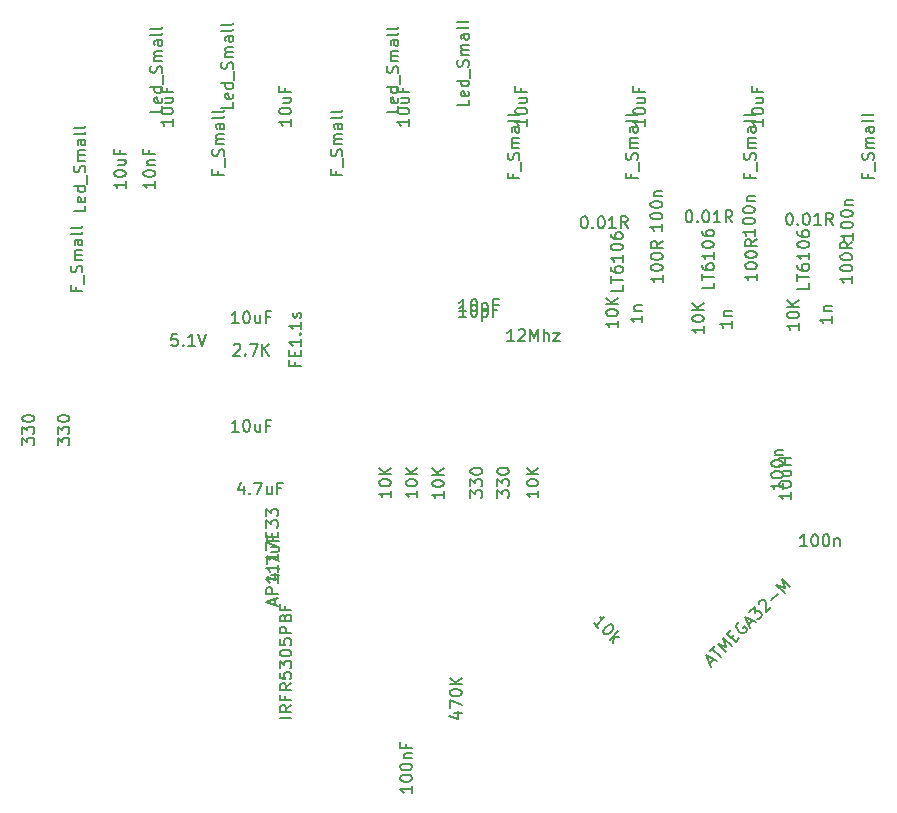
<source format=gbr>
G04 #@! TF.FileFunction,Other,Fab,Top*
%FSLAX46Y46*%
G04 Gerber Fmt 4.6, Leading zero omitted, Abs format (unit mm)*
G04 Created by KiCad (PCBNEW 4.0.1-stable) date 17.05.2016 13:35:18*
%MOMM*%
G01*
G04 APERTURE LIST*
%ADD10C,0.100000*%
%ADD11C,0.150000*%
G04 APERTURE END LIST*
D10*
D11*
X113928572Y-83052381D02*
X113357143Y-83052381D01*
X113642857Y-83052381D02*
X113642857Y-82052381D01*
X113547619Y-82195238D01*
X113452381Y-82290476D01*
X113357143Y-82338095D01*
X114547619Y-82052381D02*
X114642858Y-82052381D01*
X114738096Y-82100000D01*
X114785715Y-82147619D01*
X114833334Y-82242857D01*
X114880953Y-82433333D01*
X114880953Y-82671429D01*
X114833334Y-82861905D01*
X114785715Y-82957143D01*
X114738096Y-83004762D01*
X114642858Y-83052381D01*
X114547619Y-83052381D01*
X114452381Y-83004762D01*
X114404762Y-82957143D01*
X114357143Y-82861905D01*
X114309524Y-82671429D01*
X114309524Y-82433333D01*
X114357143Y-82242857D01*
X114404762Y-82147619D01*
X114452381Y-82100000D01*
X114547619Y-82052381D01*
X115738096Y-82385714D02*
X115738096Y-83052381D01*
X115309524Y-82385714D02*
X115309524Y-82909524D01*
X115357143Y-83004762D01*
X115452381Y-83052381D01*
X115595239Y-83052381D01*
X115690477Y-83004762D01*
X115738096Y-82957143D01*
X116547620Y-82528571D02*
X116214286Y-82528571D01*
X116214286Y-83052381D02*
X116214286Y-82052381D01*
X116690477Y-82052381D01*
X104365956Y-61851427D02*
X104365956Y-62422856D01*
X104365956Y-62137142D02*
X103365956Y-62137142D01*
X103508813Y-62232380D01*
X103604051Y-62327618D01*
X103651670Y-62422856D01*
X103365956Y-61232380D02*
X103365956Y-61137141D01*
X103413575Y-61041903D01*
X103461194Y-60994284D01*
X103556432Y-60946665D01*
X103746908Y-60899046D01*
X103985004Y-60899046D01*
X104175480Y-60946665D01*
X104270718Y-60994284D01*
X104318337Y-61041903D01*
X104365956Y-61137141D01*
X104365956Y-61232380D01*
X104318337Y-61327618D01*
X104270718Y-61375237D01*
X104175480Y-61422856D01*
X103985004Y-61470475D01*
X103746908Y-61470475D01*
X103556432Y-61422856D01*
X103461194Y-61375237D01*
X103413575Y-61327618D01*
X103365956Y-61232380D01*
X103699289Y-60041903D02*
X104365956Y-60041903D01*
X103699289Y-60470475D02*
X104223099Y-60470475D01*
X104318337Y-60422856D01*
X104365956Y-60327618D01*
X104365956Y-60184760D01*
X104318337Y-60089522D01*
X104270718Y-60041903D01*
X103842146Y-59232379D02*
X103842146Y-59565713D01*
X104365956Y-59565713D02*
X103365956Y-59565713D01*
X103365956Y-59089522D01*
X106865956Y-61851427D02*
X106865956Y-62422856D01*
X106865956Y-62137142D02*
X105865956Y-62137142D01*
X106008813Y-62232380D01*
X106104051Y-62327618D01*
X106151670Y-62422856D01*
X105865956Y-61232380D02*
X105865956Y-61137141D01*
X105913575Y-61041903D01*
X105961194Y-60994284D01*
X106056432Y-60946665D01*
X106246908Y-60899046D01*
X106485004Y-60899046D01*
X106675480Y-60946665D01*
X106770718Y-60994284D01*
X106818337Y-61041903D01*
X106865956Y-61137141D01*
X106865956Y-61232380D01*
X106818337Y-61327618D01*
X106770718Y-61375237D01*
X106675480Y-61422856D01*
X106485004Y-61470475D01*
X106246908Y-61470475D01*
X106056432Y-61422856D01*
X105961194Y-61375237D01*
X105913575Y-61327618D01*
X105865956Y-61232380D01*
X106199289Y-60470475D02*
X106865956Y-60470475D01*
X106294527Y-60470475D02*
X106246908Y-60422856D01*
X106199289Y-60327618D01*
X106199289Y-60184760D01*
X106246908Y-60089522D01*
X106342146Y-60041903D01*
X106865956Y-60041903D01*
X106342146Y-59232379D02*
X106342146Y-59565713D01*
X106865956Y-59565713D02*
X105865956Y-59565713D01*
X105865956Y-59089522D01*
X153802294Y-102669301D02*
X154139012Y-102332583D01*
X153936981Y-102938675D02*
X153465576Y-101995866D01*
X154408385Y-102467270D01*
X153835965Y-101625476D02*
X154240027Y-101221415D01*
X154745103Y-102130553D02*
X154037996Y-101423446D01*
X155182836Y-101692820D02*
X154475729Y-100985713D01*
X155216508Y-101255087D01*
X154947134Y-100514308D01*
X155654240Y-101221415D01*
X155620568Y-100514308D02*
X155856271Y-100278605D01*
X156327675Y-100547980D02*
X155990958Y-100884698D01*
X155283851Y-100177591D01*
X155620569Y-99840873D01*
X156327675Y-99201110D02*
X156226660Y-99234782D01*
X156125645Y-99335797D01*
X156058301Y-99470484D01*
X156058301Y-99605171D01*
X156091973Y-99706186D01*
X156192988Y-99874545D01*
X156294004Y-99975561D01*
X156462362Y-100076576D01*
X156563377Y-100110248D01*
X156698064Y-100110248D01*
X156832752Y-100042903D01*
X156900095Y-99975560D01*
X156967439Y-99840873D01*
X156967439Y-99773530D01*
X156731737Y-99537828D01*
X156597050Y-99672515D01*
X157102126Y-99369469D02*
X157438844Y-99032751D01*
X157236813Y-99638843D02*
X156765408Y-98696034D01*
X157708217Y-99167438D01*
X157169469Y-98291973D02*
X157607202Y-97854240D01*
X157640873Y-98359316D01*
X157741889Y-98258300D01*
X157842904Y-98224629D01*
X157910248Y-98224629D01*
X158011263Y-98258301D01*
X158179622Y-98426660D01*
X158213294Y-98527675D01*
X158213294Y-98595018D01*
X158179622Y-98696033D01*
X157977591Y-98898064D01*
X157876576Y-98931736D01*
X157809232Y-98931736D01*
X157943919Y-97652209D02*
X157943919Y-97584866D01*
X157977591Y-97483851D01*
X158145950Y-97315491D01*
X158246965Y-97281820D01*
X158314309Y-97281820D01*
X158415324Y-97315491D01*
X158482667Y-97382835D01*
X158550011Y-97517522D01*
X158550011Y-98325644D01*
X158987744Y-97887911D01*
X159021416Y-97315492D02*
X159560164Y-96776744D01*
X160166255Y-96709401D02*
X159459148Y-96002294D01*
X160199927Y-96271668D01*
X159930553Y-95530889D01*
X160637660Y-96237996D01*
X162035953Y-92747381D02*
X161464524Y-92747381D01*
X161750238Y-92747381D02*
X161750238Y-91747381D01*
X161655000Y-91890238D01*
X161559762Y-91985476D01*
X161464524Y-92033095D01*
X162655000Y-91747381D02*
X162750239Y-91747381D01*
X162845477Y-91795000D01*
X162893096Y-91842619D01*
X162940715Y-91937857D01*
X162988334Y-92128333D01*
X162988334Y-92366429D01*
X162940715Y-92556905D01*
X162893096Y-92652143D01*
X162845477Y-92699762D01*
X162750239Y-92747381D01*
X162655000Y-92747381D01*
X162559762Y-92699762D01*
X162512143Y-92652143D01*
X162464524Y-92556905D01*
X162416905Y-92366429D01*
X162416905Y-92128333D01*
X162464524Y-91937857D01*
X162512143Y-91842619D01*
X162559762Y-91795000D01*
X162655000Y-91747381D01*
X163607381Y-91747381D02*
X163702620Y-91747381D01*
X163797858Y-91795000D01*
X163845477Y-91842619D01*
X163893096Y-91937857D01*
X163940715Y-92128333D01*
X163940715Y-92366429D01*
X163893096Y-92556905D01*
X163845477Y-92652143D01*
X163797858Y-92699762D01*
X163702620Y-92747381D01*
X163607381Y-92747381D01*
X163512143Y-92699762D01*
X163464524Y-92652143D01*
X163416905Y-92556905D01*
X163369286Y-92366429D01*
X163369286Y-92128333D01*
X163416905Y-91937857D01*
X163464524Y-91842619D01*
X163512143Y-91795000D01*
X163607381Y-91747381D01*
X164369286Y-92080714D02*
X164369286Y-92747381D01*
X164369286Y-92175952D02*
X164416905Y-92128333D01*
X164512143Y-92080714D01*
X164655001Y-92080714D01*
X164750239Y-92128333D01*
X164797858Y-92223571D01*
X164797858Y-92747381D01*
X143141905Y-64812381D02*
X143237144Y-64812381D01*
X143332382Y-64860000D01*
X143380001Y-64907619D01*
X143427620Y-65002857D01*
X143475239Y-65193333D01*
X143475239Y-65431429D01*
X143427620Y-65621905D01*
X143380001Y-65717143D01*
X143332382Y-65764762D01*
X143237144Y-65812381D01*
X143141905Y-65812381D01*
X143046667Y-65764762D01*
X142999048Y-65717143D01*
X142951429Y-65621905D01*
X142903810Y-65431429D01*
X142903810Y-65193333D01*
X142951429Y-65002857D01*
X142999048Y-64907619D01*
X143046667Y-64860000D01*
X143141905Y-64812381D01*
X143903810Y-65717143D02*
X143951429Y-65764762D01*
X143903810Y-65812381D01*
X143856191Y-65764762D01*
X143903810Y-65717143D01*
X143903810Y-65812381D01*
X144570476Y-64812381D02*
X144665715Y-64812381D01*
X144760953Y-64860000D01*
X144808572Y-64907619D01*
X144856191Y-65002857D01*
X144903810Y-65193333D01*
X144903810Y-65431429D01*
X144856191Y-65621905D01*
X144808572Y-65717143D01*
X144760953Y-65764762D01*
X144665715Y-65812381D01*
X144570476Y-65812381D01*
X144475238Y-65764762D01*
X144427619Y-65717143D01*
X144380000Y-65621905D01*
X144332381Y-65431429D01*
X144332381Y-65193333D01*
X144380000Y-65002857D01*
X144427619Y-64907619D01*
X144475238Y-64860000D01*
X144570476Y-64812381D01*
X145856191Y-65812381D02*
X145284762Y-65812381D01*
X145570476Y-65812381D02*
X145570476Y-64812381D01*
X145475238Y-64955238D01*
X145380000Y-65050476D01*
X145284762Y-65098095D01*
X146856191Y-65812381D02*
X146522857Y-65336190D01*
X146284762Y-65812381D02*
X146284762Y-64812381D01*
X146665715Y-64812381D01*
X146760953Y-64860000D01*
X146808572Y-64907619D01*
X146856191Y-65002857D01*
X146856191Y-65145714D01*
X146808572Y-65240952D01*
X146760953Y-65288571D01*
X146665715Y-65336190D01*
X146284762Y-65336190D01*
X118352381Y-56571428D02*
X118352381Y-57142857D01*
X118352381Y-56857143D02*
X117352381Y-56857143D01*
X117495238Y-56952381D01*
X117590476Y-57047619D01*
X117638095Y-57142857D01*
X117352381Y-55952381D02*
X117352381Y-55857142D01*
X117400000Y-55761904D01*
X117447619Y-55714285D01*
X117542857Y-55666666D01*
X117733333Y-55619047D01*
X117971429Y-55619047D01*
X118161905Y-55666666D01*
X118257143Y-55714285D01*
X118304762Y-55761904D01*
X118352381Y-55857142D01*
X118352381Y-55952381D01*
X118304762Y-56047619D01*
X118257143Y-56095238D01*
X118161905Y-56142857D01*
X117971429Y-56190476D01*
X117733333Y-56190476D01*
X117542857Y-56142857D01*
X117447619Y-56095238D01*
X117400000Y-56047619D01*
X117352381Y-55952381D01*
X117685714Y-54761904D02*
X118352381Y-54761904D01*
X117685714Y-55190476D02*
X118209524Y-55190476D01*
X118304762Y-55142857D01*
X118352381Y-55047619D01*
X118352381Y-54904761D01*
X118304762Y-54809523D01*
X118257143Y-54761904D01*
X117828571Y-53952380D02*
X117828571Y-54285714D01*
X118352381Y-54285714D02*
X117352381Y-54285714D01*
X117352381Y-53809523D01*
X138352381Y-56571428D02*
X138352381Y-57142857D01*
X138352381Y-56857143D02*
X137352381Y-56857143D01*
X137495238Y-56952381D01*
X137590476Y-57047619D01*
X137638095Y-57142857D01*
X137352381Y-55952381D02*
X137352381Y-55857142D01*
X137400000Y-55761904D01*
X137447619Y-55714285D01*
X137542857Y-55666666D01*
X137733333Y-55619047D01*
X137971429Y-55619047D01*
X138161905Y-55666666D01*
X138257143Y-55714285D01*
X138304762Y-55761904D01*
X138352381Y-55857142D01*
X138352381Y-55952381D01*
X138304762Y-56047619D01*
X138257143Y-56095238D01*
X138161905Y-56142857D01*
X137971429Y-56190476D01*
X137733333Y-56190476D01*
X137542857Y-56142857D01*
X137447619Y-56095238D01*
X137400000Y-56047619D01*
X137352381Y-55952381D01*
X137685714Y-54761904D02*
X138352381Y-54761904D01*
X137685714Y-55190476D02*
X138209524Y-55190476D01*
X138304762Y-55142857D01*
X138352381Y-55047619D01*
X138352381Y-54904761D01*
X138304762Y-54809523D01*
X138257143Y-54761904D01*
X137828571Y-53952380D02*
X137828571Y-54285714D01*
X138352381Y-54285714D02*
X137352381Y-54285714D01*
X137352381Y-53809523D01*
X128352381Y-56571428D02*
X128352381Y-57142857D01*
X128352381Y-56857143D02*
X127352381Y-56857143D01*
X127495238Y-56952381D01*
X127590476Y-57047619D01*
X127638095Y-57142857D01*
X127352381Y-55952381D02*
X127352381Y-55857142D01*
X127400000Y-55761904D01*
X127447619Y-55714285D01*
X127542857Y-55666666D01*
X127733333Y-55619047D01*
X127971429Y-55619047D01*
X128161905Y-55666666D01*
X128257143Y-55714285D01*
X128304762Y-55761904D01*
X128352381Y-55857142D01*
X128352381Y-55952381D01*
X128304762Y-56047619D01*
X128257143Y-56095238D01*
X128161905Y-56142857D01*
X127971429Y-56190476D01*
X127733333Y-56190476D01*
X127542857Y-56142857D01*
X127447619Y-56095238D01*
X127400000Y-56047619D01*
X127352381Y-55952381D01*
X127685714Y-54761904D02*
X128352381Y-54761904D01*
X127685714Y-55190476D02*
X128209524Y-55190476D01*
X128304762Y-55142857D01*
X128352381Y-55047619D01*
X128352381Y-54904761D01*
X128304762Y-54809523D01*
X128257143Y-54761904D01*
X127828571Y-53952380D02*
X127828571Y-54285714D01*
X128352381Y-54285714D02*
X127352381Y-54285714D01*
X127352381Y-53809523D01*
X148352381Y-56571428D02*
X148352381Y-57142857D01*
X148352381Y-56857143D02*
X147352381Y-56857143D01*
X147495238Y-56952381D01*
X147590476Y-57047619D01*
X147638095Y-57142857D01*
X147352381Y-55952381D02*
X147352381Y-55857142D01*
X147400000Y-55761904D01*
X147447619Y-55714285D01*
X147542857Y-55666666D01*
X147733333Y-55619047D01*
X147971429Y-55619047D01*
X148161905Y-55666666D01*
X148257143Y-55714285D01*
X148304762Y-55761904D01*
X148352381Y-55857142D01*
X148352381Y-55952381D01*
X148304762Y-56047619D01*
X148257143Y-56095238D01*
X148161905Y-56142857D01*
X147971429Y-56190476D01*
X147733333Y-56190476D01*
X147542857Y-56142857D01*
X147447619Y-56095238D01*
X147400000Y-56047619D01*
X147352381Y-55952381D01*
X147685714Y-54761904D02*
X148352381Y-54761904D01*
X147685714Y-55190476D02*
X148209524Y-55190476D01*
X148304762Y-55142857D01*
X148352381Y-55047619D01*
X148352381Y-54904761D01*
X148304762Y-54809523D01*
X148257143Y-54761904D01*
X147828571Y-53952380D02*
X147828571Y-54285714D01*
X148352381Y-54285714D02*
X147352381Y-54285714D01*
X147352381Y-53809523D01*
X158352381Y-56571428D02*
X158352381Y-57142857D01*
X158352381Y-56857143D02*
X157352381Y-56857143D01*
X157495238Y-56952381D01*
X157590476Y-57047619D01*
X157638095Y-57142857D01*
X157352381Y-55952381D02*
X157352381Y-55857142D01*
X157400000Y-55761904D01*
X157447619Y-55714285D01*
X157542857Y-55666666D01*
X157733333Y-55619047D01*
X157971429Y-55619047D01*
X158161905Y-55666666D01*
X158257143Y-55714285D01*
X158304762Y-55761904D01*
X158352381Y-55857142D01*
X158352381Y-55952381D01*
X158304762Y-56047619D01*
X158257143Y-56095238D01*
X158161905Y-56142857D01*
X157971429Y-56190476D01*
X157733333Y-56190476D01*
X157542857Y-56142857D01*
X157447619Y-56095238D01*
X157400000Y-56047619D01*
X157352381Y-55952381D01*
X157685714Y-54761904D02*
X158352381Y-54761904D01*
X157685714Y-55190476D02*
X158209524Y-55190476D01*
X158304762Y-55142857D01*
X158352381Y-55047619D01*
X158352381Y-54904761D01*
X158304762Y-54809523D01*
X158257143Y-54761904D01*
X157828571Y-53952380D02*
X157828571Y-54285714D01*
X158352381Y-54285714D02*
X157352381Y-54285714D01*
X157352381Y-53809523D01*
X114345239Y-87685714D02*
X114345239Y-88352381D01*
X114107143Y-87304762D02*
X113869048Y-88019048D01*
X114488096Y-88019048D01*
X114869048Y-88257143D02*
X114916667Y-88304762D01*
X114869048Y-88352381D01*
X114821429Y-88304762D01*
X114869048Y-88257143D01*
X114869048Y-88352381D01*
X115250000Y-87352381D02*
X115916667Y-87352381D01*
X115488095Y-88352381D01*
X116726191Y-87685714D02*
X116726191Y-88352381D01*
X116297619Y-87685714D02*
X116297619Y-88209524D01*
X116345238Y-88304762D01*
X116440476Y-88352381D01*
X116583334Y-88352381D01*
X116678572Y-88304762D01*
X116726191Y-88257143D01*
X117535715Y-87828571D02*
X117202381Y-87828571D01*
X117202381Y-88352381D02*
X117202381Y-87352381D01*
X117678572Y-87352381D01*
X116685714Y-95154761D02*
X117352381Y-95154761D01*
X116304762Y-95392857D02*
X117019048Y-95630952D01*
X117019048Y-95011904D01*
X117257143Y-94630952D02*
X117304762Y-94583333D01*
X117352381Y-94630952D01*
X117304762Y-94678571D01*
X117257143Y-94630952D01*
X117352381Y-94630952D01*
X116352381Y-94250000D02*
X116352381Y-93583333D01*
X117352381Y-94011905D01*
X116685714Y-92773809D02*
X117352381Y-92773809D01*
X116685714Y-93202381D02*
X117209524Y-93202381D01*
X117304762Y-93154762D01*
X117352381Y-93059524D01*
X117352381Y-92916666D01*
X117304762Y-92821428D01*
X117257143Y-92773809D01*
X116828571Y-91964285D02*
X116828571Y-92297619D01*
X117352381Y-92297619D02*
X116352381Y-92297619D01*
X116352381Y-91821428D01*
X133178572Y-73302381D02*
X132607143Y-73302381D01*
X132892857Y-73302381D02*
X132892857Y-72302381D01*
X132797619Y-72445238D01*
X132702381Y-72540476D01*
X132607143Y-72588095D01*
X133797619Y-72302381D02*
X133892858Y-72302381D01*
X133988096Y-72350000D01*
X134035715Y-72397619D01*
X134083334Y-72492857D01*
X134130953Y-72683333D01*
X134130953Y-72921429D01*
X134083334Y-73111905D01*
X134035715Y-73207143D01*
X133988096Y-73254762D01*
X133892858Y-73302381D01*
X133797619Y-73302381D01*
X133702381Y-73254762D01*
X133654762Y-73207143D01*
X133607143Y-73111905D01*
X133559524Y-72921429D01*
X133559524Y-72683333D01*
X133607143Y-72492857D01*
X133654762Y-72397619D01*
X133702381Y-72350000D01*
X133797619Y-72302381D01*
X134559524Y-72635714D02*
X134559524Y-73635714D01*
X134559524Y-72683333D02*
X134654762Y-72635714D01*
X134845239Y-72635714D01*
X134940477Y-72683333D01*
X134988096Y-72730952D01*
X135035715Y-72826190D01*
X135035715Y-73111905D01*
X134988096Y-73207143D01*
X134940477Y-73254762D01*
X134845239Y-73302381D01*
X134654762Y-73302381D01*
X134559524Y-73254762D01*
X135797620Y-72778571D02*
X135464286Y-72778571D01*
X135464286Y-73302381D02*
X135464286Y-72302381D01*
X135940477Y-72302381D01*
X133178572Y-72852381D02*
X132607143Y-72852381D01*
X132892857Y-72852381D02*
X132892857Y-71852381D01*
X132797619Y-71995238D01*
X132702381Y-72090476D01*
X132607143Y-72138095D01*
X133797619Y-71852381D02*
X133892858Y-71852381D01*
X133988096Y-71900000D01*
X134035715Y-71947619D01*
X134083334Y-72042857D01*
X134130953Y-72233333D01*
X134130953Y-72471429D01*
X134083334Y-72661905D01*
X134035715Y-72757143D01*
X133988096Y-72804762D01*
X133892858Y-72852381D01*
X133797619Y-72852381D01*
X133702381Y-72804762D01*
X133654762Y-72757143D01*
X133607143Y-72661905D01*
X133559524Y-72471429D01*
X133559524Y-72233333D01*
X133607143Y-72042857D01*
X133654762Y-71947619D01*
X133702381Y-71900000D01*
X133797619Y-71852381D01*
X134559524Y-72185714D02*
X134559524Y-73185714D01*
X134559524Y-72233333D02*
X134654762Y-72185714D01*
X134845239Y-72185714D01*
X134940477Y-72233333D01*
X134988096Y-72280952D01*
X135035715Y-72376190D01*
X135035715Y-72661905D01*
X134988096Y-72757143D01*
X134940477Y-72804762D01*
X134845239Y-72852381D01*
X134654762Y-72852381D01*
X134559524Y-72804762D01*
X135797620Y-72328571D02*
X135464286Y-72328571D01*
X135464286Y-72852381D02*
X135464286Y-71852381D01*
X135940477Y-71852381D01*
X108746299Y-74782381D02*
X108270108Y-74782381D01*
X108222489Y-75258571D01*
X108270108Y-75210952D01*
X108365346Y-75163333D01*
X108603442Y-75163333D01*
X108698680Y-75210952D01*
X108746299Y-75258571D01*
X108793918Y-75353810D01*
X108793918Y-75591905D01*
X108746299Y-75687143D01*
X108698680Y-75734762D01*
X108603442Y-75782381D01*
X108365346Y-75782381D01*
X108270108Y-75734762D01*
X108222489Y-75687143D01*
X109222489Y-75687143D02*
X109270108Y-75734762D01*
X109222489Y-75782381D01*
X109174870Y-75734762D01*
X109222489Y-75687143D01*
X109222489Y-75782381D01*
X110222489Y-75782381D02*
X109651060Y-75782381D01*
X109936774Y-75782381D02*
X109936774Y-74782381D01*
X109841536Y-74925238D01*
X109746298Y-75020476D01*
X109651060Y-75068095D01*
X110508203Y-74782381D02*
X110841536Y-75782381D01*
X111174870Y-74782381D01*
X112179211Y-60957283D02*
X112179211Y-61290617D01*
X112703021Y-61290617D02*
X111703021Y-61290617D01*
X111703021Y-60814426D01*
X112798259Y-60671569D02*
X112798259Y-59909664D01*
X112655402Y-59719188D02*
X112703021Y-59576331D01*
X112703021Y-59338235D01*
X112655402Y-59242997D01*
X112607783Y-59195378D01*
X112512545Y-59147759D01*
X112417307Y-59147759D01*
X112322069Y-59195378D01*
X112274450Y-59242997D01*
X112226830Y-59338235D01*
X112179211Y-59528712D01*
X112131592Y-59623950D01*
X112083973Y-59671569D01*
X111988735Y-59719188D01*
X111893497Y-59719188D01*
X111798259Y-59671569D01*
X111750640Y-59623950D01*
X111703021Y-59528712D01*
X111703021Y-59290616D01*
X111750640Y-59147759D01*
X112703021Y-58719188D02*
X112036354Y-58719188D01*
X112131592Y-58719188D02*
X112083973Y-58671569D01*
X112036354Y-58576331D01*
X112036354Y-58433473D01*
X112083973Y-58338235D01*
X112179211Y-58290616D01*
X112703021Y-58290616D01*
X112179211Y-58290616D02*
X112083973Y-58242997D01*
X112036354Y-58147759D01*
X112036354Y-58004902D01*
X112083973Y-57909664D01*
X112179211Y-57862045D01*
X112703021Y-57862045D01*
X112703021Y-56957283D02*
X112179211Y-56957283D01*
X112083973Y-57004902D01*
X112036354Y-57100140D01*
X112036354Y-57290617D01*
X112083973Y-57385855D01*
X112655402Y-56957283D02*
X112703021Y-57052521D01*
X112703021Y-57290617D01*
X112655402Y-57385855D01*
X112560164Y-57433474D01*
X112464926Y-57433474D01*
X112369688Y-57385855D01*
X112322069Y-57290617D01*
X112322069Y-57052521D01*
X112274450Y-56957283D01*
X112703021Y-56338236D02*
X112655402Y-56433474D01*
X112560164Y-56481093D01*
X111703021Y-56481093D01*
X112703021Y-55814426D02*
X112655402Y-55909664D01*
X112560164Y-55957283D01*
X111703021Y-55957283D01*
X122179211Y-60957283D02*
X122179211Y-61290617D01*
X122703021Y-61290617D02*
X121703021Y-61290617D01*
X121703021Y-60814426D01*
X122798259Y-60671569D02*
X122798259Y-59909664D01*
X122655402Y-59719188D02*
X122703021Y-59576331D01*
X122703021Y-59338235D01*
X122655402Y-59242997D01*
X122607783Y-59195378D01*
X122512545Y-59147759D01*
X122417307Y-59147759D01*
X122322069Y-59195378D01*
X122274450Y-59242997D01*
X122226830Y-59338235D01*
X122179211Y-59528712D01*
X122131592Y-59623950D01*
X122083973Y-59671569D01*
X121988735Y-59719188D01*
X121893497Y-59719188D01*
X121798259Y-59671569D01*
X121750640Y-59623950D01*
X121703021Y-59528712D01*
X121703021Y-59290616D01*
X121750640Y-59147759D01*
X122703021Y-58719188D02*
X122036354Y-58719188D01*
X122131592Y-58719188D02*
X122083973Y-58671569D01*
X122036354Y-58576331D01*
X122036354Y-58433473D01*
X122083973Y-58338235D01*
X122179211Y-58290616D01*
X122703021Y-58290616D01*
X122179211Y-58290616D02*
X122083973Y-58242997D01*
X122036354Y-58147759D01*
X122036354Y-58004902D01*
X122083973Y-57909664D01*
X122179211Y-57862045D01*
X122703021Y-57862045D01*
X122703021Y-56957283D02*
X122179211Y-56957283D01*
X122083973Y-57004902D01*
X122036354Y-57100140D01*
X122036354Y-57290617D01*
X122083973Y-57385855D01*
X122655402Y-56957283D02*
X122703021Y-57052521D01*
X122703021Y-57290617D01*
X122655402Y-57385855D01*
X122560164Y-57433474D01*
X122464926Y-57433474D01*
X122369688Y-57385855D01*
X122322069Y-57290617D01*
X122322069Y-57052521D01*
X122274450Y-56957283D01*
X122703021Y-56338236D02*
X122655402Y-56433474D01*
X122560164Y-56481093D01*
X121703021Y-56481093D01*
X122703021Y-55814426D02*
X122655402Y-55909664D01*
X122560164Y-55957283D01*
X121703021Y-55957283D01*
X147177931Y-61257003D02*
X147177931Y-61590337D01*
X147701741Y-61590337D02*
X146701741Y-61590337D01*
X146701741Y-61114146D01*
X147796979Y-60971289D02*
X147796979Y-60209384D01*
X147654122Y-60018908D02*
X147701741Y-59876051D01*
X147701741Y-59637955D01*
X147654122Y-59542717D01*
X147606503Y-59495098D01*
X147511265Y-59447479D01*
X147416027Y-59447479D01*
X147320789Y-59495098D01*
X147273170Y-59542717D01*
X147225550Y-59637955D01*
X147177931Y-59828432D01*
X147130312Y-59923670D01*
X147082693Y-59971289D01*
X146987455Y-60018908D01*
X146892217Y-60018908D01*
X146796979Y-59971289D01*
X146749360Y-59923670D01*
X146701741Y-59828432D01*
X146701741Y-59590336D01*
X146749360Y-59447479D01*
X147701741Y-59018908D02*
X147035074Y-59018908D01*
X147130312Y-59018908D02*
X147082693Y-58971289D01*
X147035074Y-58876051D01*
X147035074Y-58733193D01*
X147082693Y-58637955D01*
X147177931Y-58590336D01*
X147701741Y-58590336D01*
X147177931Y-58590336D02*
X147082693Y-58542717D01*
X147035074Y-58447479D01*
X147035074Y-58304622D01*
X147082693Y-58209384D01*
X147177931Y-58161765D01*
X147701741Y-58161765D01*
X147701741Y-57257003D02*
X147177931Y-57257003D01*
X147082693Y-57304622D01*
X147035074Y-57399860D01*
X147035074Y-57590337D01*
X147082693Y-57685575D01*
X147654122Y-57257003D02*
X147701741Y-57352241D01*
X147701741Y-57590337D01*
X147654122Y-57685575D01*
X147558884Y-57733194D01*
X147463646Y-57733194D01*
X147368408Y-57685575D01*
X147320789Y-57590337D01*
X147320789Y-57352241D01*
X147273170Y-57257003D01*
X147701741Y-56637956D02*
X147654122Y-56733194D01*
X147558884Y-56780813D01*
X146701741Y-56780813D01*
X147701741Y-56114146D02*
X147654122Y-56209384D01*
X147558884Y-56257003D01*
X146701741Y-56257003D01*
X137177931Y-61257003D02*
X137177931Y-61590337D01*
X137701741Y-61590337D02*
X136701741Y-61590337D01*
X136701741Y-61114146D01*
X137796979Y-60971289D02*
X137796979Y-60209384D01*
X137654122Y-60018908D02*
X137701741Y-59876051D01*
X137701741Y-59637955D01*
X137654122Y-59542717D01*
X137606503Y-59495098D01*
X137511265Y-59447479D01*
X137416027Y-59447479D01*
X137320789Y-59495098D01*
X137273170Y-59542717D01*
X137225550Y-59637955D01*
X137177931Y-59828432D01*
X137130312Y-59923670D01*
X137082693Y-59971289D01*
X136987455Y-60018908D01*
X136892217Y-60018908D01*
X136796979Y-59971289D01*
X136749360Y-59923670D01*
X136701741Y-59828432D01*
X136701741Y-59590336D01*
X136749360Y-59447479D01*
X137701741Y-59018908D02*
X137035074Y-59018908D01*
X137130312Y-59018908D02*
X137082693Y-58971289D01*
X137035074Y-58876051D01*
X137035074Y-58733193D01*
X137082693Y-58637955D01*
X137177931Y-58590336D01*
X137701741Y-58590336D01*
X137177931Y-58590336D02*
X137082693Y-58542717D01*
X137035074Y-58447479D01*
X137035074Y-58304622D01*
X137082693Y-58209384D01*
X137177931Y-58161765D01*
X137701741Y-58161765D01*
X137701741Y-57257003D02*
X137177931Y-57257003D01*
X137082693Y-57304622D01*
X137035074Y-57399860D01*
X137035074Y-57590337D01*
X137082693Y-57685575D01*
X137654122Y-57257003D02*
X137701741Y-57352241D01*
X137701741Y-57590337D01*
X137654122Y-57685575D01*
X137558884Y-57733194D01*
X137463646Y-57733194D01*
X137368408Y-57685575D01*
X137320789Y-57590337D01*
X137320789Y-57352241D01*
X137273170Y-57257003D01*
X137701741Y-56637956D02*
X137654122Y-56733194D01*
X137558884Y-56780813D01*
X136701741Y-56780813D01*
X137701741Y-56114146D02*
X137654122Y-56209384D01*
X137558884Y-56257003D01*
X136701741Y-56257003D01*
X139302381Y-88040476D02*
X139302381Y-88611905D01*
X139302381Y-88326191D02*
X138302381Y-88326191D01*
X138445238Y-88421429D01*
X138540476Y-88516667D01*
X138588095Y-88611905D01*
X138302381Y-87421429D02*
X138302381Y-87326190D01*
X138350000Y-87230952D01*
X138397619Y-87183333D01*
X138492857Y-87135714D01*
X138683333Y-87088095D01*
X138921429Y-87088095D01*
X139111905Y-87135714D01*
X139207143Y-87183333D01*
X139254762Y-87230952D01*
X139302381Y-87326190D01*
X139302381Y-87421429D01*
X139254762Y-87516667D01*
X139207143Y-87564286D01*
X139111905Y-87611905D01*
X138921429Y-87659524D01*
X138683333Y-87659524D01*
X138492857Y-87611905D01*
X138397619Y-87564286D01*
X138350000Y-87516667D01*
X138302381Y-87421429D01*
X139302381Y-86659524D02*
X138302381Y-86659524D01*
X139302381Y-86088095D02*
X138730952Y-86516667D01*
X138302381Y-86088095D02*
X138873810Y-86659524D01*
X131302381Y-88090476D02*
X131302381Y-88661905D01*
X131302381Y-88376191D02*
X130302381Y-88376191D01*
X130445238Y-88471429D01*
X130540476Y-88566667D01*
X130588095Y-88661905D01*
X130302381Y-87471429D02*
X130302381Y-87376190D01*
X130350000Y-87280952D01*
X130397619Y-87233333D01*
X130492857Y-87185714D01*
X130683333Y-87138095D01*
X130921429Y-87138095D01*
X131111905Y-87185714D01*
X131207143Y-87233333D01*
X131254762Y-87280952D01*
X131302381Y-87376190D01*
X131302381Y-87471429D01*
X131254762Y-87566667D01*
X131207143Y-87614286D01*
X131111905Y-87661905D01*
X130921429Y-87709524D01*
X130683333Y-87709524D01*
X130492857Y-87661905D01*
X130397619Y-87614286D01*
X130350000Y-87566667D01*
X130302381Y-87471429D01*
X131302381Y-86709524D02*
X130302381Y-86709524D01*
X131302381Y-86138095D02*
X130730952Y-86566667D01*
X130302381Y-86138095D02*
X130873810Y-86709524D01*
X126802381Y-88040476D02*
X126802381Y-88611905D01*
X126802381Y-88326191D02*
X125802381Y-88326191D01*
X125945238Y-88421429D01*
X126040476Y-88516667D01*
X126088095Y-88611905D01*
X125802381Y-87421429D02*
X125802381Y-87326190D01*
X125850000Y-87230952D01*
X125897619Y-87183333D01*
X125992857Y-87135714D01*
X126183333Y-87088095D01*
X126421429Y-87088095D01*
X126611905Y-87135714D01*
X126707143Y-87183333D01*
X126754762Y-87230952D01*
X126802381Y-87326190D01*
X126802381Y-87421429D01*
X126754762Y-87516667D01*
X126707143Y-87564286D01*
X126611905Y-87611905D01*
X126421429Y-87659524D01*
X126183333Y-87659524D01*
X125992857Y-87611905D01*
X125897619Y-87564286D01*
X125850000Y-87516667D01*
X125802381Y-87421429D01*
X126802381Y-86659524D02*
X125802381Y-86659524D01*
X126802381Y-86088095D02*
X126230952Y-86516667D01*
X125802381Y-86088095D02*
X126373810Y-86659524D01*
X113500000Y-75697619D02*
X113547619Y-75650000D01*
X113642857Y-75602381D01*
X113880953Y-75602381D01*
X113976191Y-75650000D01*
X114023810Y-75697619D01*
X114071429Y-75792857D01*
X114071429Y-75888095D01*
X114023810Y-76030952D01*
X113452381Y-76602381D01*
X114071429Y-76602381D01*
X114500000Y-76507143D02*
X114547619Y-76554762D01*
X114500000Y-76602381D01*
X114452381Y-76554762D01*
X114500000Y-76507143D01*
X114500000Y-76602381D01*
X114880952Y-75602381D02*
X115547619Y-75602381D01*
X115119047Y-76602381D01*
X115928571Y-76602381D02*
X115928571Y-75602381D01*
X116500000Y-76602381D02*
X116071428Y-76030952D01*
X116500000Y-75602381D02*
X115928571Y-76173810D01*
X116968347Y-97697479D02*
X116968347Y-97221288D01*
X117254061Y-97792717D02*
X116254061Y-97459384D01*
X117254061Y-97126050D01*
X117254061Y-96792717D02*
X116254061Y-96792717D01*
X116254061Y-96411764D01*
X116301680Y-96316526D01*
X116349299Y-96268907D01*
X116444537Y-96221288D01*
X116587394Y-96221288D01*
X116682632Y-96268907D01*
X116730251Y-96316526D01*
X116777870Y-96411764D01*
X116777870Y-96792717D01*
X117254061Y-95268907D02*
X117254061Y-95840336D01*
X117254061Y-95554622D02*
X116254061Y-95554622D01*
X116396918Y-95649860D01*
X116492156Y-95745098D01*
X116539775Y-95840336D01*
X117254061Y-94316526D02*
X117254061Y-94887955D01*
X117254061Y-94602241D02*
X116254061Y-94602241D01*
X116396918Y-94697479D01*
X116492156Y-94792717D01*
X116539775Y-94887955D01*
X117254061Y-93364145D02*
X117254061Y-93935574D01*
X117254061Y-93649860D02*
X116254061Y-93649860D01*
X116396918Y-93745098D01*
X116492156Y-93840336D01*
X116539775Y-93935574D01*
X116254061Y-93030812D02*
X116254061Y-92364145D01*
X117254061Y-92792717D01*
X116730251Y-91983193D02*
X116730251Y-91649859D01*
X117254061Y-91507002D02*
X117254061Y-91983193D01*
X116254061Y-91983193D01*
X116254061Y-91507002D01*
X116254061Y-91173669D02*
X116254061Y-90554621D01*
X116635013Y-90887955D01*
X116635013Y-90745097D01*
X116682632Y-90649859D01*
X116730251Y-90602240D01*
X116825490Y-90554621D01*
X117063585Y-90554621D01*
X117158823Y-90602240D01*
X117206442Y-90649859D01*
X117254061Y-90745097D01*
X117254061Y-91030812D01*
X117206442Y-91126050D01*
X117158823Y-91173669D01*
X116254061Y-90221288D02*
X116254061Y-89602240D01*
X116635013Y-89935574D01*
X116635013Y-89792716D01*
X116682632Y-89697478D01*
X116730251Y-89649859D01*
X116825490Y-89602240D01*
X117063585Y-89602240D01*
X117158823Y-89649859D01*
X117206442Y-89697478D01*
X117254061Y-89792716D01*
X117254061Y-90078431D01*
X117206442Y-90173669D01*
X117158823Y-90221288D01*
X118678571Y-77154761D02*
X118678571Y-77488095D01*
X119202381Y-77488095D02*
X118202381Y-77488095D01*
X118202381Y-77011904D01*
X118678571Y-76630952D02*
X118678571Y-76297618D01*
X119202381Y-76154761D02*
X119202381Y-76630952D01*
X118202381Y-76630952D01*
X118202381Y-76154761D01*
X119202381Y-75202380D02*
X119202381Y-75773809D01*
X119202381Y-75488095D02*
X118202381Y-75488095D01*
X118345238Y-75583333D01*
X118440476Y-75678571D01*
X118488095Y-75773809D01*
X119107143Y-74773809D02*
X119154762Y-74726190D01*
X119202381Y-74773809D01*
X119154762Y-74821428D01*
X119107143Y-74773809D01*
X119202381Y-74773809D01*
X119202381Y-73773809D02*
X119202381Y-74345238D01*
X119202381Y-74059524D02*
X118202381Y-74059524D01*
X118345238Y-74154762D01*
X118440476Y-74250000D01*
X118488095Y-74345238D01*
X119154762Y-73392857D02*
X119202381Y-73297619D01*
X119202381Y-73107143D01*
X119154762Y-73011904D01*
X119059524Y-72964285D01*
X119011905Y-72964285D01*
X118916667Y-73011904D01*
X118869048Y-73107143D01*
X118869048Y-73250000D01*
X118821429Y-73345238D01*
X118726190Y-73392857D01*
X118678571Y-73392857D01*
X118583333Y-73345238D01*
X118535714Y-73250000D01*
X118535714Y-73107143D01*
X118583333Y-73011904D01*
X137242093Y-75372381D02*
X136670664Y-75372381D01*
X136956378Y-75372381D02*
X136956378Y-74372381D01*
X136861140Y-74515238D01*
X136765902Y-74610476D01*
X136670664Y-74658095D01*
X137623045Y-74467619D02*
X137670664Y-74420000D01*
X137765902Y-74372381D01*
X138003998Y-74372381D01*
X138099236Y-74420000D01*
X138146855Y-74467619D01*
X138194474Y-74562857D01*
X138194474Y-74658095D01*
X138146855Y-74800952D01*
X137575426Y-75372381D01*
X138194474Y-75372381D01*
X138623045Y-75372381D02*
X138623045Y-74372381D01*
X138956379Y-75086667D01*
X139289712Y-74372381D01*
X139289712Y-75372381D01*
X139765902Y-75372381D02*
X139765902Y-74372381D01*
X140194474Y-75372381D02*
X140194474Y-74848571D01*
X140146855Y-74753333D01*
X140051617Y-74705714D01*
X139908759Y-74705714D01*
X139813521Y-74753333D01*
X139765902Y-74800952D01*
X140575426Y-74705714D02*
X141099236Y-74705714D01*
X140575426Y-75372381D01*
X141099236Y-75372381D01*
X100179211Y-70792623D02*
X100179211Y-71125957D01*
X100703021Y-71125957D02*
X99703021Y-71125957D01*
X99703021Y-70649766D01*
X100798259Y-70506909D02*
X100798259Y-69745004D01*
X100655402Y-69554528D02*
X100703021Y-69411671D01*
X100703021Y-69173575D01*
X100655402Y-69078337D01*
X100607783Y-69030718D01*
X100512545Y-68983099D01*
X100417307Y-68983099D01*
X100322069Y-69030718D01*
X100274450Y-69078337D01*
X100226830Y-69173575D01*
X100179211Y-69364052D01*
X100131592Y-69459290D01*
X100083973Y-69506909D01*
X99988735Y-69554528D01*
X99893497Y-69554528D01*
X99798259Y-69506909D01*
X99750640Y-69459290D01*
X99703021Y-69364052D01*
X99703021Y-69125956D01*
X99750640Y-68983099D01*
X100703021Y-68554528D02*
X100036354Y-68554528D01*
X100131592Y-68554528D02*
X100083973Y-68506909D01*
X100036354Y-68411671D01*
X100036354Y-68268813D01*
X100083973Y-68173575D01*
X100179211Y-68125956D01*
X100703021Y-68125956D01*
X100179211Y-68125956D02*
X100083973Y-68078337D01*
X100036354Y-67983099D01*
X100036354Y-67840242D01*
X100083973Y-67745004D01*
X100179211Y-67697385D01*
X100703021Y-67697385D01*
X100703021Y-66792623D02*
X100179211Y-66792623D01*
X100083973Y-66840242D01*
X100036354Y-66935480D01*
X100036354Y-67125957D01*
X100083973Y-67221195D01*
X100655402Y-66792623D02*
X100703021Y-66887861D01*
X100703021Y-67125957D01*
X100655402Y-67221195D01*
X100560164Y-67268814D01*
X100464926Y-67268814D01*
X100369688Y-67221195D01*
X100322069Y-67125957D01*
X100322069Y-66887861D01*
X100274450Y-66792623D01*
X100703021Y-66173576D02*
X100655402Y-66268814D01*
X100560164Y-66316433D01*
X99703021Y-66316433D01*
X100703021Y-65649766D02*
X100655402Y-65745004D01*
X100560164Y-65792623D01*
X99703021Y-65792623D01*
X108352381Y-56571428D02*
X108352381Y-57142857D01*
X108352381Y-56857143D02*
X107352381Y-56857143D01*
X107495238Y-56952381D01*
X107590476Y-57047619D01*
X107638095Y-57142857D01*
X107352381Y-55952381D02*
X107352381Y-55857142D01*
X107400000Y-55761904D01*
X107447619Y-55714285D01*
X107542857Y-55666666D01*
X107733333Y-55619047D01*
X107971429Y-55619047D01*
X108161905Y-55666666D01*
X108257143Y-55714285D01*
X108304762Y-55761904D01*
X108352381Y-55857142D01*
X108352381Y-55952381D01*
X108304762Y-56047619D01*
X108257143Y-56095238D01*
X108161905Y-56142857D01*
X107971429Y-56190476D01*
X107733333Y-56190476D01*
X107542857Y-56142857D01*
X107447619Y-56095238D01*
X107400000Y-56047619D01*
X107352381Y-55952381D01*
X107685714Y-54761904D02*
X108352381Y-54761904D01*
X107685714Y-55190476D02*
X108209524Y-55190476D01*
X108304762Y-55142857D01*
X108352381Y-55047619D01*
X108352381Y-54904761D01*
X108304762Y-54809523D01*
X108257143Y-54761904D01*
X107828571Y-53952380D02*
X107828571Y-54285714D01*
X108352381Y-54285714D02*
X107352381Y-54285714D01*
X107352381Y-53809523D01*
X157177931Y-61257003D02*
X157177931Y-61590337D01*
X157701741Y-61590337D02*
X156701741Y-61590337D01*
X156701741Y-61114146D01*
X157796979Y-60971289D02*
X157796979Y-60209384D01*
X157654122Y-60018908D02*
X157701741Y-59876051D01*
X157701741Y-59637955D01*
X157654122Y-59542717D01*
X157606503Y-59495098D01*
X157511265Y-59447479D01*
X157416027Y-59447479D01*
X157320789Y-59495098D01*
X157273170Y-59542717D01*
X157225550Y-59637955D01*
X157177931Y-59828432D01*
X157130312Y-59923670D01*
X157082693Y-59971289D01*
X156987455Y-60018908D01*
X156892217Y-60018908D01*
X156796979Y-59971289D01*
X156749360Y-59923670D01*
X156701741Y-59828432D01*
X156701741Y-59590336D01*
X156749360Y-59447479D01*
X157701741Y-59018908D02*
X157035074Y-59018908D01*
X157130312Y-59018908D02*
X157082693Y-58971289D01*
X157035074Y-58876051D01*
X157035074Y-58733193D01*
X157082693Y-58637955D01*
X157177931Y-58590336D01*
X157701741Y-58590336D01*
X157177931Y-58590336D02*
X157082693Y-58542717D01*
X157035074Y-58447479D01*
X157035074Y-58304622D01*
X157082693Y-58209384D01*
X157177931Y-58161765D01*
X157701741Y-58161765D01*
X157701741Y-57257003D02*
X157177931Y-57257003D01*
X157082693Y-57304622D01*
X157035074Y-57399860D01*
X157035074Y-57590337D01*
X157082693Y-57685575D01*
X157654122Y-57257003D02*
X157701741Y-57352241D01*
X157701741Y-57590337D01*
X157654122Y-57685575D01*
X157558884Y-57733194D01*
X157463646Y-57733194D01*
X157368408Y-57685575D01*
X157320789Y-57590337D01*
X157320789Y-57352241D01*
X157273170Y-57257003D01*
X157701741Y-56637956D02*
X157654122Y-56733194D01*
X157558884Y-56780813D01*
X156701741Y-56780813D01*
X157701741Y-56114146D02*
X157654122Y-56209384D01*
X157558884Y-56257003D01*
X156701741Y-56257003D01*
X167177931Y-61257003D02*
X167177931Y-61590337D01*
X167701741Y-61590337D02*
X166701741Y-61590337D01*
X166701741Y-61114146D01*
X167796979Y-60971289D02*
X167796979Y-60209384D01*
X167654122Y-60018908D02*
X167701741Y-59876051D01*
X167701741Y-59637955D01*
X167654122Y-59542717D01*
X167606503Y-59495098D01*
X167511265Y-59447479D01*
X167416027Y-59447479D01*
X167320789Y-59495098D01*
X167273170Y-59542717D01*
X167225550Y-59637955D01*
X167177931Y-59828432D01*
X167130312Y-59923670D01*
X167082693Y-59971289D01*
X166987455Y-60018908D01*
X166892217Y-60018908D01*
X166796979Y-59971289D01*
X166749360Y-59923670D01*
X166701741Y-59828432D01*
X166701741Y-59590336D01*
X166749360Y-59447479D01*
X167701741Y-59018908D02*
X167035074Y-59018908D01*
X167130312Y-59018908D02*
X167082693Y-58971289D01*
X167035074Y-58876051D01*
X167035074Y-58733193D01*
X167082693Y-58637955D01*
X167177931Y-58590336D01*
X167701741Y-58590336D01*
X167177931Y-58590336D02*
X167082693Y-58542717D01*
X167035074Y-58447479D01*
X167035074Y-58304622D01*
X167082693Y-58209384D01*
X167177931Y-58161765D01*
X167701741Y-58161765D01*
X167701741Y-57257003D02*
X167177931Y-57257003D01*
X167082693Y-57304622D01*
X167035074Y-57399860D01*
X167035074Y-57590337D01*
X167082693Y-57685575D01*
X167654122Y-57257003D02*
X167701741Y-57352241D01*
X167701741Y-57590337D01*
X167654122Y-57685575D01*
X167558884Y-57733194D01*
X167463646Y-57733194D01*
X167368408Y-57685575D01*
X167320789Y-57590337D01*
X167320789Y-57352241D01*
X167273170Y-57257003D01*
X167701741Y-56637956D02*
X167654122Y-56733194D01*
X167558884Y-56780813D01*
X166701741Y-56780813D01*
X167701741Y-56114146D02*
X167654122Y-56209384D01*
X167558884Y-56257003D01*
X166701741Y-56257003D01*
X98602381Y-84185714D02*
X98602381Y-83566666D01*
X98983333Y-83900000D01*
X98983333Y-83757142D01*
X99030952Y-83661904D01*
X99078571Y-83614285D01*
X99173810Y-83566666D01*
X99411905Y-83566666D01*
X99507143Y-83614285D01*
X99554762Y-83661904D01*
X99602381Y-83757142D01*
X99602381Y-84042857D01*
X99554762Y-84138095D01*
X99507143Y-84185714D01*
X98602381Y-83233333D02*
X98602381Y-82614285D01*
X98983333Y-82947619D01*
X98983333Y-82804761D01*
X99030952Y-82709523D01*
X99078571Y-82661904D01*
X99173810Y-82614285D01*
X99411905Y-82614285D01*
X99507143Y-82661904D01*
X99554762Y-82709523D01*
X99602381Y-82804761D01*
X99602381Y-83090476D01*
X99554762Y-83185714D01*
X99507143Y-83233333D01*
X98602381Y-81995238D02*
X98602381Y-81899999D01*
X98650000Y-81804761D01*
X98697619Y-81757142D01*
X98792857Y-81709523D01*
X98983333Y-81661904D01*
X99221429Y-81661904D01*
X99411905Y-81709523D01*
X99507143Y-81757142D01*
X99554762Y-81804761D01*
X99602381Y-81899999D01*
X99602381Y-81995238D01*
X99554762Y-82090476D01*
X99507143Y-82138095D01*
X99411905Y-82185714D01*
X99221429Y-82233333D01*
X98983333Y-82233333D01*
X98792857Y-82185714D01*
X98697619Y-82138095D01*
X98650000Y-82090476D01*
X98602381Y-81995238D01*
X135802381Y-88635714D02*
X135802381Y-88016666D01*
X136183333Y-88350000D01*
X136183333Y-88207142D01*
X136230952Y-88111904D01*
X136278571Y-88064285D01*
X136373810Y-88016666D01*
X136611905Y-88016666D01*
X136707143Y-88064285D01*
X136754762Y-88111904D01*
X136802381Y-88207142D01*
X136802381Y-88492857D01*
X136754762Y-88588095D01*
X136707143Y-88635714D01*
X135802381Y-87683333D02*
X135802381Y-87064285D01*
X136183333Y-87397619D01*
X136183333Y-87254761D01*
X136230952Y-87159523D01*
X136278571Y-87111904D01*
X136373810Y-87064285D01*
X136611905Y-87064285D01*
X136707143Y-87111904D01*
X136754762Y-87159523D01*
X136802381Y-87254761D01*
X136802381Y-87540476D01*
X136754762Y-87635714D01*
X136707143Y-87683333D01*
X135802381Y-86445238D02*
X135802381Y-86349999D01*
X135850000Y-86254761D01*
X135897619Y-86207142D01*
X135992857Y-86159523D01*
X136183333Y-86111904D01*
X136421429Y-86111904D01*
X136611905Y-86159523D01*
X136707143Y-86207142D01*
X136754762Y-86254761D01*
X136802381Y-86349999D01*
X136802381Y-86445238D01*
X136754762Y-86540476D01*
X136707143Y-86588095D01*
X136611905Y-86635714D01*
X136421429Y-86683333D01*
X136183333Y-86683333D01*
X135992857Y-86635714D01*
X135897619Y-86588095D01*
X135850000Y-86540476D01*
X135802381Y-86445238D01*
X133552381Y-88635714D02*
X133552381Y-88016666D01*
X133933333Y-88350000D01*
X133933333Y-88207142D01*
X133980952Y-88111904D01*
X134028571Y-88064285D01*
X134123810Y-88016666D01*
X134361905Y-88016666D01*
X134457143Y-88064285D01*
X134504762Y-88111904D01*
X134552381Y-88207142D01*
X134552381Y-88492857D01*
X134504762Y-88588095D01*
X134457143Y-88635714D01*
X133552381Y-87683333D02*
X133552381Y-87064285D01*
X133933333Y-87397619D01*
X133933333Y-87254761D01*
X133980952Y-87159523D01*
X134028571Y-87111904D01*
X134123810Y-87064285D01*
X134361905Y-87064285D01*
X134457143Y-87111904D01*
X134504762Y-87159523D01*
X134552381Y-87254761D01*
X134552381Y-87540476D01*
X134504762Y-87635714D01*
X134457143Y-87683333D01*
X133552381Y-86445238D02*
X133552381Y-86349999D01*
X133600000Y-86254761D01*
X133647619Y-86207142D01*
X133742857Y-86159523D01*
X133933333Y-86111904D01*
X134171429Y-86111904D01*
X134361905Y-86159523D01*
X134457143Y-86207142D01*
X134504762Y-86254761D01*
X134552381Y-86349999D01*
X134552381Y-86445238D01*
X134504762Y-86540476D01*
X134457143Y-86588095D01*
X134361905Y-86635714D01*
X134171429Y-86683333D01*
X133933333Y-86683333D01*
X133742857Y-86635714D01*
X133647619Y-86588095D01*
X133600000Y-86540476D01*
X133552381Y-86445238D01*
X95602381Y-84185714D02*
X95602381Y-83566666D01*
X95983333Y-83900000D01*
X95983333Y-83757142D01*
X96030952Y-83661904D01*
X96078571Y-83614285D01*
X96173810Y-83566666D01*
X96411905Y-83566666D01*
X96507143Y-83614285D01*
X96554762Y-83661904D01*
X96602381Y-83757142D01*
X96602381Y-84042857D01*
X96554762Y-84138095D01*
X96507143Y-84185714D01*
X95602381Y-83233333D02*
X95602381Y-82614285D01*
X95983333Y-82947619D01*
X95983333Y-82804761D01*
X96030952Y-82709523D01*
X96078571Y-82661904D01*
X96173810Y-82614285D01*
X96411905Y-82614285D01*
X96507143Y-82661904D01*
X96554762Y-82709523D01*
X96602381Y-82804761D01*
X96602381Y-83090476D01*
X96554762Y-83185714D01*
X96507143Y-83233333D01*
X95602381Y-81995238D02*
X95602381Y-81899999D01*
X95650000Y-81804761D01*
X95697619Y-81757142D01*
X95792857Y-81709523D01*
X95983333Y-81661904D01*
X96221429Y-81661904D01*
X96411905Y-81709523D01*
X96507143Y-81757142D01*
X96554762Y-81804761D01*
X96602381Y-81899999D01*
X96602381Y-81995238D01*
X96554762Y-82090476D01*
X96507143Y-82138095D01*
X96411905Y-82185714D01*
X96221429Y-82233333D01*
X95983333Y-82233333D01*
X95792857Y-82185714D01*
X95697619Y-82138095D01*
X95650000Y-82090476D01*
X95602381Y-81995238D01*
X129052381Y-88040476D02*
X129052381Y-88611905D01*
X129052381Y-88326191D02*
X128052381Y-88326191D01*
X128195238Y-88421429D01*
X128290476Y-88516667D01*
X128338095Y-88611905D01*
X128052381Y-87421429D02*
X128052381Y-87326190D01*
X128100000Y-87230952D01*
X128147619Y-87183333D01*
X128242857Y-87135714D01*
X128433333Y-87088095D01*
X128671429Y-87088095D01*
X128861905Y-87135714D01*
X128957143Y-87183333D01*
X129004762Y-87230952D01*
X129052381Y-87326190D01*
X129052381Y-87421429D01*
X129004762Y-87516667D01*
X128957143Y-87564286D01*
X128861905Y-87611905D01*
X128671429Y-87659524D01*
X128433333Y-87659524D01*
X128242857Y-87611905D01*
X128147619Y-87564286D01*
X128100000Y-87516667D01*
X128052381Y-87421429D01*
X129052381Y-86659524D02*
X128052381Y-86659524D01*
X129052381Y-86088095D02*
X128480952Y-86516667D01*
X128052381Y-86088095D02*
X128623810Y-86659524D01*
X149792381Y-65444047D02*
X149792381Y-66015476D01*
X149792381Y-65729762D02*
X148792381Y-65729762D01*
X148935238Y-65825000D01*
X149030476Y-65920238D01*
X149078095Y-66015476D01*
X148792381Y-64825000D02*
X148792381Y-64729761D01*
X148840000Y-64634523D01*
X148887619Y-64586904D01*
X148982857Y-64539285D01*
X149173333Y-64491666D01*
X149411429Y-64491666D01*
X149601905Y-64539285D01*
X149697143Y-64586904D01*
X149744762Y-64634523D01*
X149792381Y-64729761D01*
X149792381Y-64825000D01*
X149744762Y-64920238D01*
X149697143Y-64967857D01*
X149601905Y-65015476D01*
X149411429Y-65063095D01*
X149173333Y-65063095D01*
X148982857Y-65015476D01*
X148887619Y-64967857D01*
X148840000Y-64920238D01*
X148792381Y-64825000D01*
X148792381Y-63872619D02*
X148792381Y-63777380D01*
X148840000Y-63682142D01*
X148887619Y-63634523D01*
X148982857Y-63586904D01*
X149173333Y-63539285D01*
X149411429Y-63539285D01*
X149601905Y-63586904D01*
X149697143Y-63634523D01*
X149744762Y-63682142D01*
X149792381Y-63777380D01*
X149792381Y-63872619D01*
X149744762Y-63967857D01*
X149697143Y-64015476D01*
X149601905Y-64063095D01*
X149411429Y-64110714D01*
X149173333Y-64110714D01*
X148982857Y-64063095D01*
X148887619Y-64015476D01*
X148840000Y-63967857D01*
X148792381Y-63872619D01*
X149125714Y-63110714D02*
X149792381Y-63110714D01*
X149220952Y-63110714D02*
X149173333Y-63063095D01*
X149125714Y-62967857D01*
X149125714Y-62824999D01*
X149173333Y-62729761D01*
X149268571Y-62682142D01*
X149792381Y-62682142D01*
X155677381Y-73666666D02*
X155677381Y-74238095D01*
X155677381Y-73952381D02*
X154677381Y-73952381D01*
X154820238Y-74047619D01*
X154915476Y-74142857D01*
X154963095Y-74238095D01*
X155010714Y-73238095D02*
X155677381Y-73238095D01*
X155105952Y-73238095D02*
X155058333Y-73190476D01*
X155010714Y-73095238D01*
X155010714Y-72952380D01*
X155058333Y-72857142D01*
X155153571Y-72809523D01*
X155677381Y-72809523D01*
X148102381Y-73216666D02*
X148102381Y-73788095D01*
X148102381Y-73502381D02*
X147102381Y-73502381D01*
X147245238Y-73597619D01*
X147340476Y-73692857D01*
X147388095Y-73788095D01*
X147435714Y-72788095D02*
X148102381Y-72788095D01*
X147530952Y-72788095D02*
X147483333Y-72740476D01*
X147435714Y-72645238D01*
X147435714Y-72502380D01*
X147483333Y-72407142D01*
X147578571Y-72359523D01*
X148102381Y-72359523D01*
X160002381Y-87369047D02*
X160002381Y-87940476D01*
X160002381Y-87654762D02*
X159002381Y-87654762D01*
X159145238Y-87750000D01*
X159240476Y-87845238D01*
X159288095Y-87940476D01*
X159002381Y-86750000D02*
X159002381Y-86654761D01*
X159050000Y-86559523D01*
X159097619Y-86511904D01*
X159192857Y-86464285D01*
X159383333Y-86416666D01*
X159621429Y-86416666D01*
X159811905Y-86464285D01*
X159907143Y-86511904D01*
X159954762Y-86559523D01*
X160002381Y-86654761D01*
X160002381Y-86750000D01*
X159954762Y-86845238D01*
X159907143Y-86892857D01*
X159811905Y-86940476D01*
X159621429Y-86988095D01*
X159383333Y-86988095D01*
X159192857Y-86940476D01*
X159097619Y-86892857D01*
X159050000Y-86845238D01*
X159002381Y-86750000D01*
X159002381Y-85797619D02*
X159002381Y-85702380D01*
X159050000Y-85607142D01*
X159097619Y-85559523D01*
X159192857Y-85511904D01*
X159383333Y-85464285D01*
X159621429Y-85464285D01*
X159811905Y-85511904D01*
X159907143Y-85559523D01*
X159954762Y-85607142D01*
X160002381Y-85702380D01*
X160002381Y-85797619D01*
X159954762Y-85892857D01*
X159907143Y-85940476D01*
X159811905Y-85988095D01*
X159621429Y-86035714D01*
X159383333Y-86035714D01*
X159192857Y-85988095D01*
X159097619Y-85940476D01*
X159050000Y-85892857D01*
X159002381Y-85797619D01*
X159335714Y-85035714D02*
X160002381Y-85035714D01*
X159430952Y-85035714D02*
X159383333Y-84988095D01*
X159335714Y-84892857D01*
X159335714Y-84749999D01*
X159383333Y-84654761D01*
X159478571Y-84607142D01*
X160002381Y-84607142D01*
X157617381Y-65879047D02*
X157617381Y-66450476D01*
X157617381Y-66164762D02*
X156617381Y-66164762D01*
X156760238Y-66260000D01*
X156855476Y-66355238D01*
X156903095Y-66450476D01*
X156617381Y-65260000D02*
X156617381Y-65164761D01*
X156665000Y-65069523D01*
X156712619Y-65021904D01*
X156807857Y-64974285D01*
X156998333Y-64926666D01*
X157236429Y-64926666D01*
X157426905Y-64974285D01*
X157522143Y-65021904D01*
X157569762Y-65069523D01*
X157617381Y-65164761D01*
X157617381Y-65260000D01*
X157569762Y-65355238D01*
X157522143Y-65402857D01*
X157426905Y-65450476D01*
X157236429Y-65498095D01*
X156998333Y-65498095D01*
X156807857Y-65450476D01*
X156712619Y-65402857D01*
X156665000Y-65355238D01*
X156617381Y-65260000D01*
X156617381Y-64307619D02*
X156617381Y-64212380D01*
X156665000Y-64117142D01*
X156712619Y-64069523D01*
X156807857Y-64021904D01*
X156998333Y-63974285D01*
X157236429Y-63974285D01*
X157426905Y-64021904D01*
X157522143Y-64069523D01*
X157569762Y-64117142D01*
X157617381Y-64212380D01*
X157617381Y-64307619D01*
X157569762Y-64402857D01*
X157522143Y-64450476D01*
X157426905Y-64498095D01*
X157236429Y-64545714D01*
X156998333Y-64545714D01*
X156807857Y-64498095D01*
X156712619Y-64450476D01*
X156665000Y-64402857D01*
X156617381Y-64307619D01*
X156950714Y-63545714D02*
X157617381Y-63545714D01*
X157045952Y-63545714D02*
X156998333Y-63498095D01*
X156950714Y-63402857D01*
X156950714Y-63259999D01*
X156998333Y-63164761D01*
X157093571Y-63117142D01*
X157617381Y-63117142D01*
X164127381Y-73291666D02*
X164127381Y-73863095D01*
X164127381Y-73577381D02*
X163127381Y-73577381D01*
X163270238Y-73672619D01*
X163365476Y-73767857D01*
X163413095Y-73863095D01*
X163460714Y-72863095D02*
X164127381Y-72863095D01*
X163555952Y-72863095D02*
X163508333Y-72815476D01*
X163460714Y-72720238D01*
X163460714Y-72577380D01*
X163508333Y-72482142D01*
X163603571Y-72434523D01*
X164127381Y-72434523D01*
X165917381Y-66209047D02*
X165917381Y-66780476D01*
X165917381Y-66494762D02*
X164917381Y-66494762D01*
X165060238Y-66590000D01*
X165155476Y-66685238D01*
X165203095Y-66780476D01*
X164917381Y-65590000D02*
X164917381Y-65494761D01*
X164965000Y-65399523D01*
X165012619Y-65351904D01*
X165107857Y-65304285D01*
X165298333Y-65256666D01*
X165536429Y-65256666D01*
X165726905Y-65304285D01*
X165822143Y-65351904D01*
X165869762Y-65399523D01*
X165917381Y-65494761D01*
X165917381Y-65590000D01*
X165869762Y-65685238D01*
X165822143Y-65732857D01*
X165726905Y-65780476D01*
X165536429Y-65828095D01*
X165298333Y-65828095D01*
X165107857Y-65780476D01*
X165012619Y-65732857D01*
X164965000Y-65685238D01*
X164917381Y-65590000D01*
X164917381Y-64637619D02*
X164917381Y-64542380D01*
X164965000Y-64447142D01*
X165012619Y-64399523D01*
X165107857Y-64351904D01*
X165298333Y-64304285D01*
X165536429Y-64304285D01*
X165726905Y-64351904D01*
X165822143Y-64399523D01*
X165869762Y-64447142D01*
X165917381Y-64542380D01*
X165917381Y-64637619D01*
X165869762Y-64732857D01*
X165822143Y-64780476D01*
X165726905Y-64828095D01*
X165536429Y-64875714D01*
X165298333Y-64875714D01*
X165107857Y-64828095D01*
X165012619Y-64780476D01*
X164965000Y-64732857D01*
X164917381Y-64637619D01*
X165250714Y-63875714D02*
X165917381Y-63875714D01*
X165345952Y-63875714D02*
X165298333Y-63828095D01*
X165250714Y-63732857D01*
X165250714Y-63589999D01*
X165298333Y-63494761D01*
X165393571Y-63447142D01*
X165917381Y-63447142D01*
X149827381Y-69816666D02*
X149827381Y-70388095D01*
X149827381Y-70102381D02*
X148827381Y-70102381D01*
X148970238Y-70197619D01*
X149065476Y-70292857D01*
X149113095Y-70388095D01*
X148827381Y-69197619D02*
X148827381Y-69102380D01*
X148875000Y-69007142D01*
X148922619Y-68959523D01*
X149017857Y-68911904D01*
X149208333Y-68864285D01*
X149446429Y-68864285D01*
X149636905Y-68911904D01*
X149732143Y-68959523D01*
X149779762Y-69007142D01*
X149827381Y-69102380D01*
X149827381Y-69197619D01*
X149779762Y-69292857D01*
X149732143Y-69340476D01*
X149636905Y-69388095D01*
X149446429Y-69435714D01*
X149208333Y-69435714D01*
X149017857Y-69388095D01*
X148922619Y-69340476D01*
X148875000Y-69292857D01*
X148827381Y-69197619D01*
X148827381Y-68245238D02*
X148827381Y-68149999D01*
X148875000Y-68054761D01*
X148922619Y-68007142D01*
X149017857Y-67959523D01*
X149208333Y-67911904D01*
X149446429Y-67911904D01*
X149636905Y-67959523D01*
X149732143Y-68007142D01*
X149779762Y-68054761D01*
X149827381Y-68149999D01*
X149827381Y-68245238D01*
X149779762Y-68340476D01*
X149732143Y-68388095D01*
X149636905Y-68435714D01*
X149446429Y-68483333D01*
X149208333Y-68483333D01*
X149017857Y-68435714D01*
X148922619Y-68388095D01*
X148875000Y-68340476D01*
X148827381Y-68245238D01*
X149827381Y-66911904D02*
X149351190Y-67245238D01*
X149827381Y-67483333D02*
X148827381Y-67483333D01*
X148827381Y-67102380D01*
X148875000Y-67007142D01*
X148922619Y-66959523D01*
X149017857Y-66911904D01*
X149160714Y-66911904D01*
X149255952Y-66959523D01*
X149303571Y-67007142D01*
X149351190Y-67102380D01*
X149351190Y-67483333D01*
X146027381Y-73640476D02*
X146027381Y-74211905D01*
X146027381Y-73926191D02*
X145027381Y-73926191D01*
X145170238Y-74021429D01*
X145265476Y-74116667D01*
X145313095Y-74211905D01*
X145027381Y-73021429D02*
X145027381Y-72926190D01*
X145075000Y-72830952D01*
X145122619Y-72783333D01*
X145217857Y-72735714D01*
X145408333Y-72688095D01*
X145646429Y-72688095D01*
X145836905Y-72735714D01*
X145932143Y-72783333D01*
X145979762Y-72830952D01*
X146027381Y-72926190D01*
X146027381Y-73021429D01*
X145979762Y-73116667D01*
X145932143Y-73164286D01*
X145836905Y-73211905D01*
X145646429Y-73259524D01*
X145408333Y-73259524D01*
X145217857Y-73211905D01*
X145122619Y-73164286D01*
X145075000Y-73116667D01*
X145027381Y-73021429D01*
X146027381Y-72259524D02*
X145027381Y-72259524D01*
X146027381Y-71688095D02*
X145455952Y-72116667D01*
X145027381Y-71688095D02*
X145598810Y-72259524D01*
X144390504Y-99674201D02*
X143986442Y-99270140D01*
X144188472Y-99472170D02*
X144895579Y-98765063D01*
X144727221Y-98798735D01*
X144592534Y-98798735D01*
X144491519Y-98765063D01*
X145535343Y-99404826D02*
X145602687Y-99472171D01*
X145636358Y-99573186D01*
X145636358Y-99640529D01*
X145602687Y-99741544D01*
X145501672Y-99909903D01*
X145333312Y-100078262D01*
X145164954Y-100179277D01*
X145063939Y-100212949D01*
X144996595Y-100212949D01*
X144895580Y-100179277D01*
X144828236Y-100111933D01*
X144794564Y-100010918D01*
X144794564Y-99943575D01*
X144828236Y-99842559D01*
X144929251Y-99674201D01*
X145097610Y-99505842D01*
X145265969Y-99404826D01*
X145366984Y-99371155D01*
X145434327Y-99371155D01*
X145535343Y-99404826D01*
X145366984Y-100650681D02*
X146074091Y-99943575D01*
X145703701Y-100448651D02*
X145636358Y-100920056D01*
X146107763Y-100448651D02*
X145569014Y-100448651D01*
X153327381Y-74140476D02*
X153327381Y-74711905D01*
X153327381Y-74426191D02*
X152327381Y-74426191D01*
X152470238Y-74521429D01*
X152565476Y-74616667D01*
X152613095Y-74711905D01*
X152327381Y-73521429D02*
X152327381Y-73426190D01*
X152375000Y-73330952D01*
X152422619Y-73283333D01*
X152517857Y-73235714D01*
X152708333Y-73188095D01*
X152946429Y-73188095D01*
X153136905Y-73235714D01*
X153232143Y-73283333D01*
X153279762Y-73330952D01*
X153327381Y-73426190D01*
X153327381Y-73521429D01*
X153279762Y-73616667D01*
X153232143Y-73664286D01*
X153136905Y-73711905D01*
X152946429Y-73759524D01*
X152708333Y-73759524D01*
X152517857Y-73711905D01*
X152422619Y-73664286D01*
X152375000Y-73616667D01*
X152327381Y-73521429D01*
X153327381Y-72759524D02*
X152327381Y-72759524D01*
X153327381Y-72188095D02*
X152755952Y-72616667D01*
X152327381Y-72188095D02*
X152898810Y-72759524D01*
X157802381Y-69666666D02*
X157802381Y-70238095D01*
X157802381Y-69952381D02*
X156802381Y-69952381D01*
X156945238Y-70047619D01*
X157040476Y-70142857D01*
X157088095Y-70238095D01*
X156802381Y-69047619D02*
X156802381Y-68952380D01*
X156850000Y-68857142D01*
X156897619Y-68809523D01*
X156992857Y-68761904D01*
X157183333Y-68714285D01*
X157421429Y-68714285D01*
X157611905Y-68761904D01*
X157707143Y-68809523D01*
X157754762Y-68857142D01*
X157802381Y-68952380D01*
X157802381Y-69047619D01*
X157754762Y-69142857D01*
X157707143Y-69190476D01*
X157611905Y-69238095D01*
X157421429Y-69285714D01*
X157183333Y-69285714D01*
X156992857Y-69238095D01*
X156897619Y-69190476D01*
X156850000Y-69142857D01*
X156802381Y-69047619D01*
X156802381Y-68095238D02*
X156802381Y-67999999D01*
X156850000Y-67904761D01*
X156897619Y-67857142D01*
X156992857Y-67809523D01*
X157183333Y-67761904D01*
X157421429Y-67761904D01*
X157611905Y-67809523D01*
X157707143Y-67857142D01*
X157754762Y-67904761D01*
X157802381Y-67999999D01*
X157802381Y-68095238D01*
X157754762Y-68190476D01*
X157707143Y-68238095D01*
X157611905Y-68285714D01*
X157421429Y-68333333D01*
X157183333Y-68333333D01*
X156992857Y-68285714D01*
X156897619Y-68238095D01*
X156850000Y-68190476D01*
X156802381Y-68095238D01*
X157802381Y-66761904D02*
X157326190Y-67095238D01*
X157802381Y-67333333D02*
X156802381Y-67333333D01*
X156802381Y-66952380D01*
X156850000Y-66857142D01*
X156897619Y-66809523D01*
X156992857Y-66761904D01*
X157135714Y-66761904D01*
X157230952Y-66809523D01*
X157278571Y-66857142D01*
X157326190Y-66952380D01*
X157326190Y-67333333D01*
X152001905Y-64312381D02*
X152097144Y-64312381D01*
X152192382Y-64360000D01*
X152240001Y-64407619D01*
X152287620Y-64502857D01*
X152335239Y-64693333D01*
X152335239Y-64931429D01*
X152287620Y-65121905D01*
X152240001Y-65217143D01*
X152192382Y-65264762D01*
X152097144Y-65312381D01*
X152001905Y-65312381D01*
X151906667Y-65264762D01*
X151859048Y-65217143D01*
X151811429Y-65121905D01*
X151763810Y-64931429D01*
X151763810Y-64693333D01*
X151811429Y-64502857D01*
X151859048Y-64407619D01*
X151906667Y-64360000D01*
X152001905Y-64312381D01*
X152763810Y-65217143D02*
X152811429Y-65264762D01*
X152763810Y-65312381D01*
X152716191Y-65264762D01*
X152763810Y-65217143D01*
X152763810Y-65312381D01*
X153430476Y-64312381D02*
X153525715Y-64312381D01*
X153620953Y-64360000D01*
X153668572Y-64407619D01*
X153716191Y-64502857D01*
X153763810Y-64693333D01*
X153763810Y-64931429D01*
X153716191Y-65121905D01*
X153668572Y-65217143D01*
X153620953Y-65264762D01*
X153525715Y-65312381D01*
X153430476Y-65312381D01*
X153335238Y-65264762D01*
X153287619Y-65217143D01*
X153240000Y-65121905D01*
X153192381Y-64931429D01*
X153192381Y-64693333D01*
X153240000Y-64502857D01*
X153287619Y-64407619D01*
X153335238Y-64360000D01*
X153430476Y-64312381D01*
X154716191Y-65312381D02*
X154144762Y-65312381D01*
X154430476Y-65312381D02*
X154430476Y-64312381D01*
X154335238Y-64455238D01*
X154240000Y-64550476D01*
X154144762Y-64598095D01*
X155716191Y-65312381D02*
X155382857Y-64836190D01*
X155144762Y-65312381D02*
X155144762Y-64312381D01*
X155525715Y-64312381D01*
X155620953Y-64360000D01*
X155668572Y-64407619D01*
X155716191Y-64502857D01*
X155716191Y-64645714D01*
X155668572Y-64740952D01*
X155620953Y-64788571D01*
X155525715Y-64836190D01*
X155144762Y-64836190D01*
X161352381Y-73840476D02*
X161352381Y-74411905D01*
X161352381Y-74126191D02*
X160352381Y-74126191D01*
X160495238Y-74221429D01*
X160590476Y-74316667D01*
X160638095Y-74411905D01*
X160352381Y-73221429D02*
X160352381Y-73126190D01*
X160400000Y-73030952D01*
X160447619Y-72983333D01*
X160542857Y-72935714D01*
X160733333Y-72888095D01*
X160971429Y-72888095D01*
X161161905Y-72935714D01*
X161257143Y-72983333D01*
X161304762Y-73030952D01*
X161352381Y-73126190D01*
X161352381Y-73221429D01*
X161304762Y-73316667D01*
X161257143Y-73364286D01*
X161161905Y-73411905D01*
X160971429Y-73459524D01*
X160733333Y-73459524D01*
X160542857Y-73411905D01*
X160447619Y-73364286D01*
X160400000Y-73316667D01*
X160352381Y-73221429D01*
X161352381Y-72459524D02*
X160352381Y-72459524D01*
X161352381Y-71888095D02*
X160780952Y-72316667D01*
X160352381Y-71888095D02*
X160923810Y-72459524D01*
X165877381Y-69866666D02*
X165877381Y-70438095D01*
X165877381Y-70152381D02*
X164877381Y-70152381D01*
X165020238Y-70247619D01*
X165115476Y-70342857D01*
X165163095Y-70438095D01*
X164877381Y-69247619D02*
X164877381Y-69152380D01*
X164925000Y-69057142D01*
X164972619Y-69009523D01*
X165067857Y-68961904D01*
X165258333Y-68914285D01*
X165496429Y-68914285D01*
X165686905Y-68961904D01*
X165782143Y-69009523D01*
X165829762Y-69057142D01*
X165877381Y-69152380D01*
X165877381Y-69247619D01*
X165829762Y-69342857D01*
X165782143Y-69390476D01*
X165686905Y-69438095D01*
X165496429Y-69485714D01*
X165258333Y-69485714D01*
X165067857Y-69438095D01*
X164972619Y-69390476D01*
X164925000Y-69342857D01*
X164877381Y-69247619D01*
X164877381Y-68295238D02*
X164877381Y-68199999D01*
X164925000Y-68104761D01*
X164972619Y-68057142D01*
X165067857Y-68009523D01*
X165258333Y-67961904D01*
X165496429Y-67961904D01*
X165686905Y-68009523D01*
X165782143Y-68057142D01*
X165829762Y-68104761D01*
X165877381Y-68199999D01*
X165877381Y-68295238D01*
X165829762Y-68390476D01*
X165782143Y-68438095D01*
X165686905Y-68485714D01*
X165496429Y-68533333D01*
X165258333Y-68533333D01*
X165067857Y-68485714D01*
X164972619Y-68438095D01*
X164925000Y-68390476D01*
X164877381Y-68295238D01*
X165877381Y-66961904D02*
X165401190Y-67295238D01*
X165877381Y-67533333D02*
X164877381Y-67533333D01*
X164877381Y-67152380D01*
X164925000Y-67057142D01*
X164972619Y-67009523D01*
X165067857Y-66961904D01*
X165210714Y-66961904D01*
X165305952Y-67009523D01*
X165353571Y-67057142D01*
X165401190Y-67152380D01*
X165401190Y-67533333D01*
X160506905Y-64537381D02*
X160602144Y-64537381D01*
X160697382Y-64585000D01*
X160745001Y-64632619D01*
X160792620Y-64727857D01*
X160840239Y-64918333D01*
X160840239Y-65156429D01*
X160792620Y-65346905D01*
X160745001Y-65442143D01*
X160697382Y-65489762D01*
X160602144Y-65537381D01*
X160506905Y-65537381D01*
X160411667Y-65489762D01*
X160364048Y-65442143D01*
X160316429Y-65346905D01*
X160268810Y-65156429D01*
X160268810Y-64918333D01*
X160316429Y-64727857D01*
X160364048Y-64632619D01*
X160411667Y-64585000D01*
X160506905Y-64537381D01*
X161268810Y-65442143D02*
X161316429Y-65489762D01*
X161268810Y-65537381D01*
X161221191Y-65489762D01*
X161268810Y-65442143D01*
X161268810Y-65537381D01*
X161935476Y-64537381D02*
X162030715Y-64537381D01*
X162125953Y-64585000D01*
X162173572Y-64632619D01*
X162221191Y-64727857D01*
X162268810Y-64918333D01*
X162268810Y-65156429D01*
X162221191Y-65346905D01*
X162173572Y-65442143D01*
X162125953Y-65489762D01*
X162030715Y-65537381D01*
X161935476Y-65537381D01*
X161840238Y-65489762D01*
X161792619Y-65442143D01*
X161745000Y-65346905D01*
X161697381Y-65156429D01*
X161697381Y-64918333D01*
X161745000Y-64727857D01*
X161792619Y-64632619D01*
X161840238Y-64585000D01*
X161935476Y-64537381D01*
X163221191Y-65537381D02*
X162649762Y-65537381D01*
X162935476Y-65537381D02*
X162935476Y-64537381D01*
X162840238Y-64680238D01*
X162745000Y-64775476D01*
X162649762Y-64823095D01*
X164221191Y-65537381D02*
X163887857Y-65061190D01*
X163649762Y-65537381D02*
X163649762Y-64537381D01*
X164030715Y-64537381D01*
X164125953Y-64585000D01*
X164173572Y-64632619D01*
X164221191Y-64727857D01*
X164221191Y-64870714D01*
X164173572Y-64965952D01*
X164125953Y-65013571D01*
X164030715Y-65061190D01*
X163649762Y-65061190D01*
X146427381Y-70651190D02*
X146427381Y-71127381D01*
X145427381Y-71127381D01*
X145427381Y-70460714D02*
X145427381Y-69889285D01*
X146427381Y-70175000D02*
X145427381Y-70175000D01*
X145427381Y-69127380D02*
X145427381Y-69317857D01*
X145475000Y-69413095D01*
X145522619Y-69460714D01*
X145665476Y-69555952D01*
X145855952Y-69603571D01*
X146236905Y-69603571D01*
X146332143Y-69555952D01*
X146379762Y-69508333D01*
X146427381Y-69413095D01*
X146427381Y-69222618D01*
X146379762Y-69127380D01*
X146332143Y-69079761D01*
X146236905Y-69032142D01*
X145998810Y-69032142D01*
X145903571Y-69079761D01*
X145855952Y-69127380D01*
X145808333Y-69222618D01*
X145808333Y-69413095D01*
X145855952Y-69508333D01*
X145903571Y-69555952D01*
X145998810Y-69603571D01*
X146427381Y-68079761D02*
X146427381Y-68651190D01*
X146427381Y-68365476D02*
X145427381Y-68365476D01*
X145570238Y-68460714D01*
X145665476Y-68555952D01*
X145713095Y-68651190D01*
X145427381Y-67460714D02*
X145427381Y-67365475D01*
X145475000Y-67270237D01*
X145522619Y-67222618D01*
X145617857Y-67174999D01*
X145808333Y-67127380D01*
X146046429Y-67127380D01*
X146236905Y-67174999D01*
X146332143Y-67222618D01*
X146379762Y-67270237D01*
X146427381Y-67365475D01*
X146427381Y-67460714D01*
X146379762Y-67555952D01*
X146332143Y-67603571D01*
X146236905Y-67651190D01*
X146046429Y-67698809D01*
X145808333Y-67698809D01*
X145617857Y-67651190D01*
X145522619Y-67603571D01*
X145475000Y-67555952D01*
X145427381Y-67460714D01*
X145427381Y-66270237D02*
X145427381Y-66460714D01*
X145475000Y-66555952D01*
X145522619Y-66603571D01*
X145665476Y-66698809D01*
X145855952Y-66746428D01*
X146236905Y-66746428D01*
X146332143Y-66698809D01*
X146379762Y-66651190D01*
X146427381Y-66555952D01*
X146427381Y-66365475D01*
X146379762Y-66270237D01*
X146332143Y-66222618D01*
X146236905Y-66174999D01*
X145998810Y-66174999D01*
X145903571Y-66222618D01*
X145855952Y-66270237D01*
X145808333Y-66365475D01*
X145808333Y-66555952D01*
X145855952Y-66651190D01*
X145903571Y-66698809D01*
X145998810Y-66746428D01*
X154152381Y-70426190D02*
X154152381Y-70902381D01*
X153152381Y-70902381D01*
X153152381Y-70235714D02*
X153152381Y-69664285D01*
X154152381Y-69950000D02*
X153152381Y-69950000D01*
X153152381Y-68902380D02*
X153152381Y-69092857D01*
X153200000Y-69188095D01*
X153247619Y-69235714D01*
X153390476Y-69330952D01*
X153580952Y-69378571D01*
X153961905Y-69378571D01*
X154057143Y-69330952D01*
X154104762Y-69283333D01*
X154152381Y-69188095D01*
X154152381Y-68997618D01*
X154104762Y-68902380D01*
X154057143Y-68854761D01*
X153961905Y-68807142D01*
X153723810Y-68807142D01*
X153628571Y-68854761D01*
X153580952Y-68902380D01*
X153533333Y-68997618D01*
X153533333Y-69188095D01*
X153580952Y-69283333D01*
X153628571Y-69330952D01*
X153723810Y-69378571D01*
X154152381Y-67854761D02*
X154152381Y-68426190D01*
X154152381Y-68140476D02*
X153152381Y-68140476D01*
X153295238Y-68235714D01*
X153390476Y-68330952D01*
X153438095Y-68426190D01*
X153152381Y-67235714D02*
X153152381Y-67140475D01*
X153200000Y-67045237D01*
X153247619Y-66997618D01*
X153342857Y-66949999D01*
X153533333Y-66902380D01*
X153771429Y-66902380D01*
X153961905Y-66949999D01*
X154057143Y-66997618D01*
X154104762Y-67045237D01*
X154152381Y-67140475D01*
X154152381Y-67235714D01*
X154104762Y-67330952D01*
X154057143Y-67378571D01*
X153961905Y-67426190D01*
X153771429Y-67473809D01*
X153533333Y-67473809D01*
X153342857Y-67426190D01*
X153247619Y-67378571D01*
X153200000Y-67330952D01*
X153152381Y-67235714D01*
X153152381Y-66045237D02*
X153152381Y-66235714D01*
X153200000Y-66330952D01*
X153247619Y-66378571D01*
X153390476Y-66473809D01*
X153580952Y-66521428D01*
X153961905Y-66521428D01*
X154057143Y-66473809D01*
X154104762Y-66426190D01*
X154152381Y-66330952D01*
X154152381Y-66140475D01*
X154104762Y-66045237D01*
X154057143Y-65997618D01*
X153961905Y-65949999D01*
X153723810Y-65949999D01*
X153628571Y-65997618D01*
X153580952Y-66045237D01*
X153533333Y-66140475D01*
X153533333Y-66330952D01*
X153580952Y-66426190D01*
X153628571Y-66473809D01*
X153723810Y-66521428D01*
X162227381Y-70451190D02*
X162227381Y-70927381D01*
X161227381Y-70927381D01*
X161227381Y-70260714D02*
X161227381Y-69689285D01*
X162227381Y-69975000D02*
X161227381Y-69975000D01*
X161227381Y-68927380D02*
X161227381Y-69117857D01*
X161275000Y-69213095D01*
X161322619Y-69260714D01*
X161465476Y-69355952D01*
X161655952Y-69403571D01*
X162036905Y-69403571D01*
X162132143Y-69355952D01*
X162179762Y-69308333D01*
X162227381Y-69213095D01*
X162227381Y-69022618D01*
X162179762Y-68927380D01*
X162132143Y-68879761D01*
X162036905Y-68832142D01*
X161798810Y-68832142D01*
X161703571Y-68879761D01*
X161655952Y-68927380D01*
X161608333Y-69022618D01*
X161608333Y-69213095D01*
X161655952Y-69308333D01*
X161703571Y-69355952D01*
X161798810Y-69403571D01*
X162227381Y-67879761D02*
X162227381Y-68451190D01*
X162227381Y-68165476D02*
X161227381Y-68165476D01*
X161370238Y-68260714D01*
X161465476Y-68355952D01*
X161513095Y-68451190D01*
X161227381Y-67260714D02*
X161227381Y-67165475D01*
X161275000Y-67070237D01*
X161322619Y-67022618D01*
X161417857Y-66974999D01*
X161608333Y-66927380D01*
X161846429Y-66927380D01*
X162036905Y-66974999D01*
X162132143Y-67022618D01*
X162179762Y-67070237D01*
X162227381Y-67165475D01*
X162227381Y-67260714D01*
X162179762Y-67355952D01*
X162132143Y-67403571D01*
X162036905Y-67451190D01*
X161846429Y-67498809D01*
X161608333Y-67498809D01*
X161417857Y-67451190D01*
X161322619Y-67403571D01*
X161275000Y-67355952D01*
X161227381Y-67260714D01*
X161227381Y-66070237D02*
X161227381Y-66260714D01*
X161275000Y-66355952D01*
X161322619Y-66403571D01*
X161465476Y-66498809D01*
X161655952Y-66546428D01*
X162036905Y-66546428D01*
X162132143Y-66498809D01*
X162179762Y-66451190D01*
X162227381Y-66355952D01*
X162227381Y-66165475D01*
X162179762Y-66070237D01*
X162132143Y-66022618D01*
X162036905Y-65974999D01*
X161798810Y-65974999D01*
X161703571Y-66022618D01*
X161655952Y-66070237D01*
X161608333Y-66165475D01*
X161608333Y-66355952D01*
X161655952Y-66451190D01*
X161703571Y-66498809D01*
X161798810Y-66546428D01*
X107452381Y-55491289D02*
X107452381Y-55967480D01*
X106452381Y-55967480D01*
X107404762Y-54777003D02*
X107452381Y-54872241D01*
X107452381Y-55062718D01*
X107404762Y-55157956D01*
X107309524Y-55205575D01*
X106928571Y-55205575D01*
X106833333Y-55157956D01*
X106785714Y-55062718D01*
X106785714Y-54872241D01*
X106833333Y-54777003D01*
X106928571Y-54729384D01*
X107023810Y-54729384D01*
X107119048Y-55205575D01*
X107452381Y-53872241D02*
X106452381Y-53872241D01*
X107404762Y-53872241D02*
X107452381Y-53967479D01*
X107452381Y-54157956D01*
X107404762Y-54253194D01*
X107357143Y-54300813D01*
X107261905Y-54348432D01*
X106976190Y-54348432D01*
X106880952Y-54300813D01*
X106833333Y-54253194D01*
X106785714Y-54157956D01*
X106785714Y-53967479D01*
X106833333Y-53872241D01*
X107547619Y-53634146D02*
X107547619Y-52872241D01*
X107404762Y-52681765D02*
X107452381Y-52538908D01*
X107452381Y-52300812D01*
X107404762Y-52205574D01*
X107357143Y-52157955D01*
X107261905Y-52110336D01*
X107166667Y-52110336D01*
X107071429Y-52157955D01*
X107023810Y-52205574D01*
X106976190Y-52300812D01*
X106928571Y-52491289D01*
X106880952Y-52586527D01*
X106833333Y-52634146D01*
X106738095Y-52681765D01*
X106642857Y-52681765D01*
X106547619Y-52634146D01*
X106500000Y-52586527D01*
X106452381Y-52491289D01*
X106452381Y-52253193D01*
X106500000Y-52110336D01*
X107452381Y-51681765D02*
X106785714Y-51681765D01*
X106880952Y-51681765D02*
X106833333Y-51634146D01*
X106785714Y-51538908D01*
X106785714Y-51396050D01*
X106833333Y-51300812D01*
X106928571Y-51253193D01*
X107452381Y-51253193D01*
X106928571Y-51253193D02*
X106833333Y-51205574D01*
X106785714Y-51110336D01*
X106785714Y-50967479D01*
X106833333Y-50872241D01*
X106928571Y-50824622D01*
X107452381Y-50824622D01*
X107452381Y-49919860D02*
X106928571Y-49919860D01*
X106833333Y-49967479D01*
X106785714Y-50062717D01*
X106785714Y-50253194D01*
X106833333Y-50348432D01*
X107404762Y-49919860D02*
X107452381Y-50015098D01*
X107452381Y-50253194D01*
X107404762Y-50348432D01*
X107309524Y-50396051D01*
X107214286Y-50396051D01*
X107119048Y-50348432D01*
X107071429Y-50253194D01*
X107071429Y-50015098D01*
X107023810Y-49919860D01*
X107452381Y-49300813D02*
X107404762Y-49396051D01*
X107309524Y-49443670D01*
X106452381Y-49443670D01*
X107452381Y-48777003D02*
X107404762Y-48872241D01*
X107309524Y-48919860D01*
X106452381Y-48919860D01*
X113452381Y-55151569D02*
X113452381Y-55627760D01*
X112452381Y-55627760D01*
X113404762Y-54437283D02*
X113452381Y-54532521D01*
X113452381Y-54722998D01*
X113404762Y-54818236D01*
X113309524Y-54865855D01*
X112928571Y-54865855D01*
X112833333Y-54818236D01*
X112785714Y-54722998D01*
X112785714Y-54532521D01*
X112833333Y-54437283D01*
X112928571Y-54389664D01*
X113023810Y-54389664D01*
X113119048Y-54865855D01*
X113452381Y-53532521D02*
X112452381Y-53532521D01*
X113404762Y-53532521D02*
X113452381Y-53627759D01*
X113452381Y-53818236D01*
X113404762Y-53913474D01*
X113357143Y-53961093D01*
X113261905Y-54008712D01*
X112976190Y-54008712D01*
X112880952Y-53961093D01*
X112833333Y-53913474D01*
X112785714Y-53818236D01*
X112785714Y-53627759D01*
X112833333Y-53532521D01*
X113547619Y-53294426D02*
X113547619Y-52532521D01*
X113404762Y-52342045D02*
X113452381Y-52199188D01*
X113452381Y-51961092D01*
X113404762Y-51865854D01*
X113357143Y-51818235D01*
X113261905Y-51770616D01*
X113166667Y-51770616D01*
X113071429Y-51818235D01*
X113023810Y-51865854D01*
X112976190Y-51961092D01*
X112928571Y-52151569D01*
X112880952Y-52246807D01*
X112833333Y-52294426D01*
X112738095Y-52342045D01*
X112642857Y-52342045D01*
X112547619Y-52294426D01*
X112500000Y-52246807D01*
X112452381Y-52151569D01*
X112452381Y-51913473D01*
X112500000Y-51770616D01*
X113452381Y-51342045D02*
X112785714Y-51342045D01*
X112880952Y-51342045D02*
X112833333Y-51294426D01*
X112785714Y-51199188D01*
X112785714Y-51056330D01*
X112833333Y-50961092D01*
X112928571Y-50913473D01*
X113452381Y-50913473D01*
X112928571Y-50913473D02*
X112833333Y-50865854D01*
X112785714Y-50770616D01*
X112785714Y-50627759D01*
X112833333Y-50532521D01*
X112928571Y-50484902D01*
X113452381Y-50484902D01*
X113452381Y-49580140D02*
X112928571Y-49580140D01*
X112833333Y-49627759D01*
X112785714Y-49722997D01*
X112785714Y-49913474D01*
X112833333Y-50008712D01*
X113404762Y-49580140D02*
X113452381Y-49675378D01*
X113452381Y-49913474D01*
X113404762Y-50008712D01*
X113309524Y-50056331D01*
X113214286Y-50056331D01*
X113119048Y-50008712D01*
X113071429Y-49913474D01*
X113071429Y-49675378D01*
X113023810Y-49580140D01*
X113452381Y-48961093D02*
X113404762Y-49056331D01*
X113309524Y-49103950D01*
X112452381Y-49103950D01*
X113452381Y-48437283D02*
X113404762Y-48532521D01*
X113309524Y-48580140D01*
X112452381Y-48580140D01*
X127452381Y-55491289D02*
X127452381Y-55967480D01*
X126452381Y-55967480D01*
X127404762Y-54777003D02*
X127452381Y-54872241D01*
X127452381Y-55062718D01*
X127404762Y-55157956D01*
X127309524Y-55205575D01*
X126928571Y-55205575D01*
X126833333Y-55157956D01*
X126785714Y-55062718D01*
X126785714Y-54872241D01*
X126833333Y-54777003D01*
X126928571Y-54729384D01*
X127023810Y-54729384D01*
X127119048Y-55205575D01*
X127452381Y-53872241D02*
X126452381Y-53872241D01*
X127404762Y-53872241D02*
X127452381Y-53967479D01*
X127452381Y-54157956D01*
X127404762Y-54253194D01*
X127357143Y-54300813D01*
X127261905Y-54348432D01*
X126976190Y-54348432D01*
X126880952Y-54300813D01*
X126833333Y-54253194D01*
X126785714Y-54157956D01*
X126785714Y-53967479D01*
X126833333Y-53872241D01*
X127547619Y-53634146D02*
X127547619Y-52872241D01*
X127404762Y-52681765D02*
X127452381Y-52538908D01*
X127452381Y-52300812D01*
X127404762Y-52205574D01*
X127357143Y-52157955D01*
X127261905Y-52110336D01*
X127166667Y-52110336D01*
X127071429Y-52157955D01*
X127023810Y-52205574D01*
X126976190Y-52300812D01*
X126928571Y-52491289D01*
X126880952Y-52586527D01*
X126833333Y-52634146D01*
X126738095Y-52681765D01*
X126642857Y-52681765D01*
X126547619Y-52634146D01*
X126500000Y-52586527D01*
X126452381Y-52491289D01*
X126452381Y-52253193D01*
X126500000Y-52110336D01*
X127452381Y-51681765D02*
X126785714Y-51681765D01*
X126880952Y-51681765D02*
X126833333Y-51634146D01*
X126785714Y-51538908D01*
X126785714Y-51396050D01*
X126833333Y-51300812D01*
X126928571Y-51253193D01*
X127452381Y-51253193D01*
X126928571Y-51253193D02*
X126833333Y-51205574D01*
X126785714Y-51110336D01*
X126785714Y-50967479D01*
X126833333Y-50872241D01*
X126928571Y-50824622D01*
X127452381Y-50824622D01*
X127452381Y-49919860D02*
X126928571Y-49919860D01*
X126833333Y-49967479D01*
X126785714Y-50062717D01*
X126785714Y-50253194D01*
X126833333Y-50348432D01*
X127404762Y-49919860D02*
X127452381Y-50015098D01*
X127452381Y-50253194D01*
X127404762Y-50348432D01*
X127309524Y-50396051D01*
X127214286Y-50396051D01*
X127119048Y-50348432D01*
X127071429Y-50253194D01*
X127071429Y-50015098D01*
X127023810Y-49919860D01*
X127452381Y-49300813D02*
X127404762Y-49396051D01*
X127309524Y-49443670D01*
X126452381Y-49443670D01*
X127452381Y-48777003D02*
X127404762Y-48872241D01*
X127309524Y-48919860D01*
X126452381Y-48919860D01*
X133412381Y-54951289D02*
X133412381Y-55427480D01*
X132412381Y-55427480D01*
X133364762Y-54237003D02*
X133412381Y-54332241D01*
X133412381Y-54522718D01*
X133364762Y-54617956D01*
X133269524Y-54665575D01*
X132888571Y-54665575D01*
X132793333Y-54617956D01*
X132745714Y-54522718D01*
X132745714Y-54332241D01*
X132793333Y-54237003D01*
X132888571Y-54189384D01*
X132983810Y-54189384D01*
X133079048Y-54665575D01*
X133412381Y-53332241D02*
X132412381Y-53332241D01*
X133364762Y-53332241D02*
X133412381Y-53427479D01*
X133412381Y-53617956D01*
X133364762Y-53713194D01*
X133317143Y-53760813D01*
X133221905Y-53808432D01*
X132936190Y-53808432D01*
X132840952Y-53760813D01*
X132793333Y-53713194D01*
X132745714Y-53617956D01*
X132745714Y-53427479D01*
X132793333Y-53332241D01*
X133507619Y-53094146D02*
X133507619Y-52332241D01*
X133364762Y-52141765D02*
X133412381Y-51998908D01*
X133412381Y-51760812D01*
X133364762Y-51665574D01*
X133317143Y-51617955D01*
X133221905Y-51570336D01*
X133126667Y-51570336D01*
X133031429Y-51617955D01*
X132983810Y-51665574D01*
X132936190Y-51760812D01*
X132888571Y-51951289D01*
X132840952Y-52046527D01*
X132793333Y-52094146D01*
X132698095Y-52141765D01*
X132602857Y-52141765D01*
X132507619Y-52094146D01*
X132460000Y-52046527D01*
X132412381Y-51951289D01*
X132412381Y-51713193D01*
X132460000Y-51570336D01*
X133412381Y-51141765D02*
X132745714Y-51141765D01*
X132840952Y-51141765D02*
X132793333Y-51094146D01*
X132745714Y-50998908D01*
X132745714Y-50856050D01*
X132793333Y-50760812D01*
X132888571Y-50713193D01*
X133412381Y-50713193D01*
X132888571Y-50713193D02*
X132793333Y-50665574D01*
X132745714Y-50570336D01*
X132745714Y-50427479D01*
X132793333Y-50332241D01*
X132888571Y-50284622D01*
X133412381Y-50284622D01*
X133412381Y-49379860D02*
X132888571Y-49379860D01*
X132793333Y-49427479D01*
X132745714Y-49522717D01*
X132745714Y-49713194D01*
X132793333Y-49808432D01*
X133364762Y-49379860D02*
X133412381Y-49475098D01*
X133412381Y-49713194D01*
X133364762Y-49808432D01*
X133269524Y-49856051D01*
X133174286Y-49856051D01*
X133079048Y-49808432D01*
X133031429Y-49713194D01*
X133031429Y-49475098D01*
X132983810Y-49379860D01*
X133412381Y-48760813D02*
X133364762Y-48856051D01*
X133269524Y-48903670D01*
X132412381Y-48903670D01*
X133412381Y-48237003D02*
X133364762Y-48332241D01*
X133269524Y-48379860D01*
X132412381Y-48379860D01*
X100952381Y-63901569D02*
X100952381Y-64377760D01*
X99952381Y-64377760D01*
X100904762Y-63187283D02*
X100952381Y-63282521D01*
X100952381Y-63472998D01*
X100904762Y-63568236D01*
X100809524Y-63615855D01*
X100428571Y-63615855D01*
X100333333Y-63568236D01*
X100285714Y-63472998D01*
X100285714Y-63282521D01*
X100333333Y-63187283D01*
X100428571Y-63139664D01*
X100523810Y-63139664D01*
X100619048Y-63615855D01*
X100952381Y-62282521D02*
X99952381Y-62282521D01*
X100904762Y-62282521D02*
X100952381Y-62377759D01*
X100952381Y-62568236D01*
X100904762Y-62663474D01*
X100857143Y-62711093D01*
X100761905Y-62758712D01*
X100476190Y-62758712D01*
X100380952Y-62711093D01*
X100333333Y-62663474D01*
X100285714Y-62568236D01*
X100285714Y-62377759D01*
X100333333Y-62282521D01*
X101047619Y-62044426D02*
X101047619Y-61282521D01*
X100904762Y-61092045D02*
X100952381Y-60949188D01*
X100952381Y-60711092D01*
X100904762Y-60615854D01*
X100857143Y-60568235D01*
X100761905Y-60520616D01*
X100666667Y-60520616D01*
X100571429Y-60568235D01*
X100523810Y-60615854D01*
X100476190Y-60711092D01*
X100428571Y-60901569D01*
X100380952Y-60996807D01*
X100333333Y-61044426D01*
X100238095Y-61092045D01*
X100142857Y-61092045D01*
X100047619Y-61044426D01*
X100000000Y-60996807D01*
X99952381Y-60901569D01*
X99952381Y-60663473D01*
X100000000Y-60520616D01*
X100952381Y-60092045D02*
X100285714Y-60092045D01*
X100380952Y-60092045D02*
X100333333Y-60044426D01*
X100285714Y-59949188D01*
X100285714Y-59806330D01*
X100333333Y-59711092D01*
X100428571Y-59663473D01*
X100952381Y-59663473D01*
X100428571Y-59663473D02*
X100333333Y-59615854D01*
X100285714Y-59520616D01*
X100285714Y-59377759D01*
X100333333Y-59282521D01*
X100428571Y-59234902D01*
X100952381Y-59234902D01*
X100952381Y-58330140D02*
X100428571Y-58330140D01*
X100333333Y-58377759D01*
X100285714Y-58472997D01*
X100285714Y-58663474D01*
X100333333Y-58758712D01*
X100904762Y-58330140D02*
X100952381Y-58425378D01*
X100952381Y-58663474D01*
X100904762Y-58758712D01*
X100809524Y-58806331D01*
X100714286Y-58806331D01*
X100619048Y-58758712D01*
X100571429Y-58663474D01*
X100571429Y-58425378D01*
X100523810Y-58330140D01*
X100952381Y-57711093D02*
X100904762Y-57806331D01*
X100809524Y-57853950D01*
X99952381Y-57853950D01*
X100952381Y-57187283D02*
X100904762Y-57282521D01*
X100809524Y-57330140D01*
X99952381Y-57330140D01*
X160702381Y-88166666D02*
X160702381Y-88738095D01*
X160702381Y-88452381D02*
X159702381Y-88452381D01*
X159845238Y-88547619D01*
X159940476Y-88642857D01*
X159988095Y-88738095D01*
X159702381Y-87547619D02*
X159702381Y-87452380D01*
X159750000Y-87357142D01*
X159797619Y-87309523D01*
X159892857Y-87261904D01*
X160083333Y-87214285D01*
X160321429Y-87214285D01*
X160511905Y-87261904D01*
X160607143Y-87309523D01*
X160654762Y-87357142D01*
X160702381Y-87452380D01*
X160702381Y-87547619D01*
X160654762Y-87642857D01*
X160607143Y-87690476D01*
X160511905Y-87738095D01*
X160321429Y-87785714D01*
X160083333Y-87785714D01*
X159892857Y-87738095D01*
X159797619Y-87690476D01*
X159750000Y-87642857D01*
X159702381Y-87547619D01*
X160035714Y-86357142D02*
X160702381Y-86357142D01*
X160035714Y-86785714D02*
X160559524Y-86785714D01*
X160654762Y-86738095D01*
X160702381Y-86642857D01*
X160702381Y-86499999D01*
X160654762Y-86404761D01*
X160607143Y-86357142D01*
X160702381Y-85880952D02*
X159702381Y-85880952D01*
X160178571Y-85880952D02*
X160178571Y-85309523D01*
X160702381Y-85309523D02*
X159702381Y-85309523D01*
X128602381Y-113047619D02*
X128602381Y-113619048D01*
X128602381Y-113333334D02*
X127602381Y-113333334D01*
X127745238Y-113428572D01*
X127840476Y-113523810D01*
X127888095Y-113619048D01*
X127602381Y-112428572D02*
X127602381Y-112333333D01*
X127650000Y-112238095D01*
X127697619Y-112190476D01*
X127792857Y-112142857D01*
X127983333Y-112095238D01*
X128221429Y-112095238D01*
X128411905Y-112142857D01*
X128507143Y-112190476D01*
X128554762Y-112238095D01*
X128602381Y-112333333D01*
X128602381Y-112428572D01*
X128554762Y-112523810D01*
X128507143Y-112571429D01*
X128411905Y-112619048D01*
X128221429Y-112666667D01*
X127983333Y-112666667D01*
X127792857Y-112619048D01*
X127697619Y-112571429D01*
X127650000Y-112523810D01*
X127602381Y-112428572D01*
X127602381Y-111476191D02*
X127602381Y-111380952D01*
X127650000Y-111285714D01*
X127697619Y-111238095D01*
X127792857Y-111190476D01*
X127983333Y-111142857D01*
X128221429Y-111142857D01*
X128411905Y-111190476D01*
X128507143Y-111238095D01*
X128554762Y-111285714D01*
X128602381Y-111380952D01*
X128602381Y-111476191D01*
X128554762Y-111571429D01*
X128507143Y-111619048D01*
X128411905Y-111666667D01*
X128221429Y-111714286D01*
X127983333Y-111714286D01*
X127792857Y-111666667D01*
X127697619Y-111619048D01*
X127650000Y-111571429D01*
X127602381Y-111476191D01*
X127935714Y-110714286D02*
X128602381Y-110714286D01*
X128030952Y-110714286D02*
X127983333Y-110666667D01*
X127935714Y-110571429D01*
X127935714Y-110428571D01*
X127983333Y-110333333D01*
X128078571Y-110285714D01*
X128602381Y-110285714D01*
X128078571Y-109476190D02*
X128078571Y-109809524D01*
X128602381Y-109809524D02*
X127602381Y-109809524D01*
X127602381Y-109333333D01*
X118389381Y-107261905D02*
X117389381Y-107261905D01*
X118389381Y-106214286D02*
X117913190Y-106547620D01*
X118389381Y-106785715D02*
X117389381Y-106785715D01*
X117389381Y-106404762D01*
X117437000Y-106309524D01*
X117484619Y-106261905D01*
X117579857Y-106214286D01*
X117722714Y-106214286D01*
X117817952Y-106261905D01*
X117865571Y-106309524D01*
X117913190Y-106404762D01*
X117913190Y-106785715D01*
X117865571Y-105452381D02*
X117865571Y-105785715D01*
X118389381Y-105785715D02*
X117389381Y-105785715D01*
X117389381Y-105309524D01*
X118389381Y-104357143D02*
X117913190Y-104690477D01*
X118389381Y-104928572D02*
X117389381Y-104928572D01*
X117389381Y-104547619D01*
X117437000Y-104452381D01*
X117484619Y-104404762D01*
X117579857Y-104357143D01*
X117722714Y-104357143D01*
X117817952Y-104404762D01*
X117865571Y-104452381D01*
X117913190Y-104547619D01*
X117913190Y-104928572D01*
X117389381Y-103452381D02*
X117389381Y-103928572D01*
X117865571Y-103976191D01*
X117817952Y-103928572D01*
X117770333Y-103833334D01*
X117770333Y-103595238D01*
X117817952Y-103500000D01*
X117865571Y-103452381D01*
X117960810Y-103404762D01*
X118198905Y-103404762D01*
X118294143Y-103452381D01*
X118341762Y-103500000D01*
X118389381Y-103595238D01*
X118389381Y-103833334D01*
X118341762Y-103928572D01*
X118294143Y-103976191D01*
X117389381Y-103071429D02*
X117389381Y-102452381D01*
X117770333Y-102785715D01*
X117770333Y-102642857D01*
X117817952Y-102547619D01*
X117865571Y-102500000D01*
X117960810Y-102452381D01*
X118198905Y-102452381D01*
X118294143Y-102500000D01*
X118341762Y-102547619D01*
X118389381Y-102642857D01*
X118389381Y-102928572D01*
X118341762Y-103023810D01*
X118294143Y-103071429D01*
X117389381Y-101833334D02*
X117389381Y-101738095D01*
X117437000Y-101642857D01*
X117484619Y-101595238D01*
X117579857Y-101547619D01*
X117770333Y-101500000D01*
X118008429Y-101500000D01*
X118198905Y-101547619D01*
X118294143Y-101595238D01*
X118341762Y-101642857D01*
X118389381Y-101738095D01*
X118389381Y-101833334D01*
X118341762Y-101928572D01*
X118294143Y-101976191D01*
X118198905Y-102023810D01*
X118008429Y-102071429D01*
X117770333Y-102071429D01*
X117579857Y-102023810D01*
X117484619Y-101976191D01*
X117437000Y-101928572D01*
X117389381Y-101833334D01*
X117389381Y-100595238D02*
X117389381Y-101071429D01*
X117865571Y-101119048D01*
X117817952Y-101071429D01*
X117770333Y-100976191D01*
X117770333Y-100738095D01*
X117817952Y-100642857D01*
X117865571Y-100595238D01*
X117960810Y-100547619D01*
X118198905Y-100547619D01*
X118294143Y-100595238D01*
X118341762Y-100642857D01*
X118389381Y-100738095D01*
X118389381Y-100976191D01*
X118341762Y-101071429D01*
X118294143Y-101119048D01*
X118389381Y-100119048D02*
X117389381Y-100119048D01*
X117389381Y-99738095D01*
X117437000Y-99642857D01*
X117484619Y-99595238D01*
X117579857Y-99547619D01*
X117722714Y-99547619D01*
X117817952Y-99595238D01*
X117865571Y-99642857D01*
X117913190Y-99738095D01*
X117913190Y-100119048D01*
X117865571Y-98785714D02*
X117913190Y-98642857D01*
X117960810Y-98595238D01*
X118056048Y-98547619D01*
X118198905Y-98547619D01*
X118294143Y-98595238D01*
X118341762Y-98642857D01*
X118389381Y-98738095D01*
X118389381Y-99119048D01*
X117389381Y-99119048D01*
X117389381Y-98785714D01*
X117437000Y-98690476D01*
X117484619Y-98642857D01*
X117579857Y-98595238D01*
X117675095Y-98595238D01*
X117770333Y-98642857D01*
X117817952Y-98690476D01*
X117865571Y-98785714D01*
X117865571Y-99119048D01*
X117865571Y-97785714D02*
X117865571Y-98119048D01*
X118389381Y-98119048D02*
X117389381Y-98119048D01*
X117389381Y-97642857D01*
X132135714Y-106861904D02*
X132802381Y-106861904D01*
X131754762Y-107100000D02*
X132469048Y-107338095D01*
X132469048Y-106719047D01*
X131802381Y-106433333D02*
X131802381Y-105766666D01*
X132802381Y-106195238D01*
X131802381Y-105195238D02*
X131802381Y-105099999D01*
X131850000Y-105004761D01*
X131897619Y-104957142D01*
X131992857Y-104909523D01*
X132183333Y-104861904D01*
X132421429Y-104861904D01*
X132611905Y-104909523D01*
X132707143Y-104957142D01*
X132754762Y-105004761D01*
X132802381Y-105099999D01*
X132802381Y-105195238D01*
X132754762Y-105290476D01*
X132707143Y-105338095D01*
X132611905Y-105385714D01*
X132421429Y-105433333D01*
X132183333Y-105433333D01*
X131992857Y-105385714D01*
X131897619Y-105338095D01*
X131850000Y-105290476D01*
X131802381Y-105195238D01*
X132802381Y-104433333D02*
X131802381Y-104433333D01*
X132802381Y-103861904D02*
X132230952Y-104290476D01*
X131802381Y-103861904D02*
X132373810Y-104433333D01*
X113928572Y-73852381D02*
X113357143Y-73852381D01*
X113642857Y-73852381D02*
X113642857Y-72852381D01*
X113547619Y-72995238D01*
X113452381Y-73090476D01*
X113357143Y-73138095D01*
X114547619Y-72852381D02*
X114642858Y-72852381D01*
X114738096Y-72900000D01*
X114785715Y-72947619D01*
X114833334Y-73042857D01*
X114880953Y-73233333D01*
X114880953Y-73471429D01*
X114833334Y-73661905D01*
X114785715Y-73757143D01*
X114738096Y-73804762D01*
X114642858Y-73852381D01*
X114547619Y-73852381D01*
X114452381Y-73804762D01*
X114404762Y-73757143D01*
X114357143Y-73661905D01*
X114309524Y-73471429D01*
X114309524Y-73233333D01*
X114357143Y-73042857D01*
X114404762Y-72947619D01*
X114452381Y-72900000D01*
X114547619Y-72852381D01*
X115738096Y-73185714D02*
X115738096Y-73852381D01*
X115309524Y-73185714D02*
X115309524Y-73709524D01*
X115357143Y-73804762D01*
X115452381Y-73852381D01*
X115595239Y-73852381D01*
X115690477Y-73804762D01*
X115738096Y-73757143D01*
X116547620Y-73328571D02*
X116214286Y-73328571D01*
X116214286Y-73852381D02*
X116214286Y-72852381D01*
X116690477Y-72852381D01*
M02*

</source>
